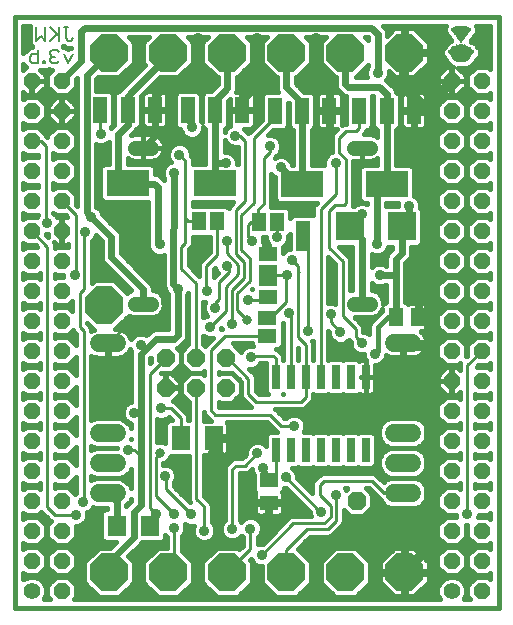
<source format=gbl>
G75*
%MOIN*%
%OFA0B0*%
%FSLAX24Y24*%
%IPPOS*%
%LPD*%
%AMOC8*
5,1,8,0,0,1.08239X$1,22.5*
%
%ADD10C,0.0160*%
%ADD11C,0.0060*%
%ADD12OC8,0.0600*%
%ADD13R,0.0480X0.0880*%
%ADD14R,0.1417X0.0866*%
%ADD15OC8,0.1250*%
%ADD16OC8,0.0630*%
%ADD17R,0.0630X0.0787*%
%ADD18R,0.0512X0.0591*%
%ADD19C,0.0560*%
%ADD20OC8,0.0560*%
%ADD21R,0.0500X0.1000*%
%ADD22R,0.0630X0.0709*%
%ADD23R,0.0260X0.0800*%
%ADD24R,0.0591X0.0512*%
%ADD25R,0.0460X0.0630*%
%ADD26R,0.0630X0.0460*%
%ADD27R,0.0312X0.0004*%
%ADD28R,0.0344X0.0004*%
%ADD29R,0.0368X0.0004*%
%ADD30R,0.0392X0.0004*%
%ADD31R,0.0408X0.0004*%
%ADD32R,0.0424X0.0004*%
%ADD33R,0.0432X0.0004*%
%ADD34R,0.0448X0.0004*%
%ADD35R,0.0456X0.0004*%
%ADD36R,0.0472X0.0004*%
%ADD37R,0.0480X0.0004*%
%ADD38R,0.0488X0.0004*%
%ADD39R,0.0496X0.0004*%
%ADD40R,0.0504X0.0004*%
%ADD41R,0.0512X0.0004*%
%ADD42R,0.0520X0.0004*%
%ADD43R,0.0528X0.0004*%
%ADD44R,0.0536X0.0004*%
%ADD45R,0.0536X0.0004*%
%ADD46R,0.0544X0.0004*%
%ADD47R,0.0552X0.0004*%
%ADD48R,0.0560X0.0004*%
%ADD49R,0.0560X0.0004*%
%ADD50R,0.0568X0.0004*%
%ADD51R,0.0576X0.0004*%
%ADD52R,0.0584X0.0004*%
%ADD53R,0.0592X0.0004*%
%ADD54R,0.0592X0.0004*%
%ADD55R,0.0600X0.0004*%
%ADD56R,0.0608X0.0004*%
%ADD57R,0.0608X0.0004*%
%ADD58R,0.0616X0.0004*%
%ADD59R,0.0624X0.0004*%
%ADD60R,0.0632X0.0004*%
%ADD61R,0.0632X0.0004*%
%ADD62R,0.0640X0.0004*%
%ADD63R,0.0648X0.0004*%
%ADD64R,0.0648X0.0004*%
%ADD65R,0.0656X0.0004*%
%ADD66R,0.0664X0.0004*%
%ADD67R,0.0664X0.0004*%
%ADD68R,0.0672X0.0004*%
%ADD69R,0.0680X0.0004*%
%ADD70R,0.0680X0.0004*%
%ADD71R,0.0688X0.0004*%
%ADD72R,0.0696X0.0004*%
%ADD73R,0.0700X0.0004*%
%ADD74R,0.0708X0.0004*%
%ADD75R,0.0716X0.0004*%
%ADD76R,0.0720X0.0004*%
%ADD77R,0.0720X0.0004*%
%ADD78R,0.0724X0.0004*%
%ADD79R,0.0808X0.0004*%
%ADD80R,0.0824X0.0004*%
%ADD81R,0.0832X0.0004*%
%ADD82R,0.0840X0.0004*%
%ADD83R,0.0848X0.0004*%
%ADD84R,0.0856X0.0004*%
%ADD85R,0.0860X0.0004*%
%ADD86R,0.0864X0.0004*%
%ADD87R,0.0864X0.0004*%
%ADD88R,0.0868X0.0004*%
%ADD89R,0.0872X0.0004*%
%ADD90R,0.0872X0.0004*%
%ADD91R,0.0860X0.0004*%
%ADD92R,0.0832X0.0004*%
%ADD93R,0.0824X0.0004*%
%ADD94R,0.0708X0.0004*%
%ADD95R,0.0712X0.0004*%
%ADD96R,0.0712X0.0004*%
%ADD97R,0.0700X0.0004*%
%ADD98R,0.0696X0.0004*%
%ADD99R,0.0692X0.0004*%
%ADD100R,0.0668X0.0004*%
%ADD101R,0.0660X0.0004*%
%ADD102R,0.0452X0.0004*%
%ADD103R,0.0188X0.0004*%
%ADD104R,0.0448X0.0004*%
%ADD105R,0.0440X0.0004*%
%ADD106R,0.0184X0.0004*%
%ADD107R,0.0432X0.0004*%
%ADD108R,0.0184X0.0004*%
%ADD109R,0.0424X0.0004*%
%ADD110R,0.0412X0.0004*%
%ADD111R,0.0128X0.0004*%
%ADD112R,0.0044X0.0004*%
%ADD113R,0.0400X0.0004*%
%ADD114R,0.0008X0.0004*%
%ADD115R,0.0388X0.0004*%
%ADD116R,0.0132X0.0004*%
%ADD117R,0.0360X0.0004*%
%ADD118R,0.0136X0.0004*%
%ADD119R,0.0340X0.0004*%
%ADD120R,0.0140X0.0004*%
%ADD121R,0.0328X0.0004*%
%ADD122R,0.0144X0.0004*%
%ADD123R,0.0324X0.0004*%
%ADD124R,0.0148X0.0004*%
%ADD125R,0.0320X0.0004*%
%ADD126R,0.0156X0.0004*%
%ADD127R,0.0316X0.0004*%
%ADD128R,0.0176X0.0004*%
%ADD129R,0.0080X0.0004*%
%ADD130R,0.0052X0.0004*%
%ADD131R,0.0380X0.0004*%
%ADD132R,0.0372X0.0004*%
%ADD133R,0.0356X0.0004*%
%ADD134R,0.0004X0.0004*%
%ADD135R,0.0308X0.0004*%
%ADD136R,0.0060X0.0004*%
%ADD137R,0.0240X0.0004*%
%ADD138R,0.0232X0.0004*%
%ADD139R,0.0044X0.0004*%
%ADD140R,0.0164X0.0004*%
%ADD141R,0.0056X0.0004*%
%ADD142R,0.0036X0.0004*%
%ADD143R,0.0156X0.0004*%
%ADD144R,0.0048X0.0004*%
%ADD145R,0.0024X0.0004*%
%ADD146R,0.0036X0.0004*%
%ADD147R,0.0016X0.0004*%
%ADD148R,0.0028X0.0004*%
%ADD149R,0.0012X0.0004*%
%ADD150R,0.0124X0.0004*%
%ADD151R,0.0108X0.0004*%
%ADD152R,0.0008X0.0004*%
%ADD153R,0.0092X0.0004*%
%ADD154R,0.0068X0.0004*%
%ADD155R,0.0008X0.0004*%
%ADD156R,0.0016X0.0004*%
%ADD157R,0.0024X0.0004*%
%ADD158R,0.0032X0.0004*%
%ADD159R,0.0032X0.0004*%
%ADD160R,0.0040X0.0004*%
%ADD161R,0.0056X0.0004*%
%ADD162R,0.0064X0.0004*%
%ADD163R,0.0072X0.0004*%
%ADD164R,0.0088X0.0004*%
%ADD165R,0.0096X0.0004*%
%ADD166R,0.0104X0.0004*%
%ADD167R,0.0112X0.0004*%
%ADD168R,0.0120X0.0004*%
%ADD169R,0.0124X0.0004*%
%ADD170R,0.0128X0.0004*%
%ADD171R,0.0144X0.0004*%
%ADD172R,0.0152X0.0004*%
%ADD173R,0.0152X0.0004*%
%ADD174R,0.0160X0.0004*%
%ADD175R,0.0168X0.0004*%
%ADD176R,0.0176X0.0004*%
%ADD177R,0.0184X0.0004*%
%ADD178R,0.0192X0.0004*%
%ADD179R,0.0200X0.0004*%
%ADD180R,0.0208X0.0004*%
%ADD181R,0.0216X0.0004*%
%ADD182R,0.0216X0.0004*%
%ADD183R,0.0224X0.0004*%
%ADD184R,0.0232X0.0004*%
%ADD185R,0.0240X0.0004*%
%ADD186R,0.0248X0.0004*%
%ADD187R,0.0256X0.0004*%
%ADD188R,0.0264X0.0004*%
%ADD189R,0.0272X0.0004*%
%ADD190R,0.0280X0.0004*%
%ADD191R,0.0288X0.0004*%
%ADD192R,0.0296X0.0004*%
%ADD193R,0.0304X0.0004*%
%ADD194R,0.0320X0.0004*%
%ADD195R,0.0328X0.0004*%
%ADD196R,0.0336X0.0004*%
%ADD197R,0.0336X0.0004*%
%ADD198R,0.0200X0.0004*%
%ADD199R,0.0128X0.0004*%
%ADD200R,0.0204X0.0004*%
%ADD201R,0.0216X0.0004*%
%ADD202R,0.0228X0.0004*%
%ADD203R,0.0416X0.0004*%
%ADD204R,0.0424X0.0004*%
%ADD205R,0.0428X0.0004*%
%ADD206R,0.0304X0.0004*%
%ADD207R,0.0180X0.0004*%
%ADD208R,0.0112X0.0004*%
%ADD209R,0.0176X0.0004*%
%ADD210R,0.0112X0.0004*%
%ADD211R,0.0132X0.0004*%
%ADD212R,0.0116X0.0004*%
%ADD213R,0.0332X0.0004*%
%ADD214R,0.0336X0.0004*%
%ADD215R,0.0480X0.0004*%
%ADD216R,0.0496X0.0004*%
%ADD217R,0.0512X0.0004*%
%ADD218R,0.0544X0.0004*%
%ADD219R,0.0208X0.0004*%
%ADD220R,0.0356X0.0004*%
%ADD221R,0.0208X0.0004*%
%ADD222R,0.0364X0.0004*%
%ADD223R,0.0212X0.0004*%
%ADD224R,0.0368X0.0004*%
%ADD225R,0.0220X0.0004*%
%ADD226R,0.0600X0.0004*%
%ADD227R,0.0356X0.0004*%
%ADD228R,0.0228X0.0004*%
%ADD229R,0.0236X0.0004*%
%ADD230R,0.0360X0.0004*%
%ADD231R,0.0368X0.0004*%
%ADD232R,0.0244X0.0004*%
%ADD233R,0.0252X0.0004*%
%ADD234R,0.0376X0.0004*%
%ADD235R,0.0672X0.0004*%
%ADD236R,0.0624X0.0004*%
%ADD237R,0.0596X0.0004*%
%ADD238R,0.0552X0.0004*%
%ADD239R,0.0456X0.0004*%
%ADD240R,0.0384X0.0004*%
%ADD241R,0.0352X0.0004*%
%ADD242R,0.0188X0.0004*%
%ADD243R,0.0108X0.0004*%
%ADD244C,0.0515*%
%ADD245R,0.0945X0.0945*%
%ADD246C,0.0600*%
%ADD247C,0.0356*%
%ADD248C,0.0100*%
%ADD249C,0.0240*%
%ADD250C,0.0320*%
%ADD251C,0.0317*%
D10*
X003348Y000180D02*
X019490Y000180D01*
X019490Y019865D01*
X003348Y019865D01*
X003348Y000180D01*
X003628Y001123D02*
X003628Y001347D01*
X003720Y001255D01*
X004118Y001255D01*
X004399Y001536D01*
X004399Y001934D01*
X004118Y002215D01*
X003720Y002215D01*
X003628Y002123D01*
X003628Y002347D01*
X003720Y002255D01*
X004118Y002255D01*
X004399Y002536D01*
X004399Y002934D01*
X004118Y003215D01*
X003720Y003215D01*
X003628Y003123D01*
X003628Y003347D01*
X003720Y003255D01*
X004118Y003255D01*
X004234Y003371D01*
X004471Y003133D01*
X004542Y003063D01*
X004561Y003055D01*
X004439Y002934D01*
X004439Y002536D01*
X004720Y002255D01*
X005118Y002255D01*
X005399Y002536D01*
X005399Y002897D01*
X005470Y002897D01*
X005609Y002955D01*
X005715Y003061D01*
X005773Y003200D01*
X005773Y003351D01*
X005772Y003354D01*
X005833Y003379D01*
X005939Y003486D01*
X005958Y003532D01*
X006059Y003490D01*
X006436Y003490D01*
X006436Y003474D01*
X006358Y003474D01*
X006241Y003357D01*
X006241Y002482D01*
X006358Y002365D01*
X006711Y002365D01*
X006532Y002186D01*
X006156Y002186D01*
X005673Y001703D01*
X005673Y001019D01*
X006156Y000536D01*
X006840Y000536D01*
X007323Y001019D01*
X007323Y001703D01*
X007138Y001887D01*
X007515Y002264D01*
X007605Y002354D01*
X007609Y002365D01*
X008256Y002365D01*
X008374Y002482D01*
X008374Y002590D01*
X008413Y002550D01*
X008413Y002186D01*
X008125Y002186D01*
X007641Y001703D01*
X007641Y001019D01*
X008125Y000536D01*
X008808Y000536D01*
X009291Y001019D01*
X009291Y001703D01*
X008913Y002081D01*
X008913Y002550D01*
X008984Y002621D01*
X009041Y002760D01*
X009041Y002910D01*
X009012Y002982D01*
X009026Y002967D01*
X009165Y002910D01*
X009315Y002910D01*
X009321Y002912D01*
X009285Y002825D01*
X009285Y002675D01*
X009343Y002536D01*
X009449Y002429D01*
X009588Y002372D01*
X009739Y002372D01*
X009878Y002429D01*
X009984Y002536D01*
X010041Y002675D01*
X010041Y002825D01*
X009984Y002964D01*
X009913Y003035D01*
X009913Y003604D01*
X009875Y003696D01*
X009805Y003766D01*
X009658Y003913D01*
X009658Y005266D01*
X009904Y005266D01*
X009904Y005762D01*
X010059Y005762D01*
X010059Y005917D01*
X010476Y005917D01*
X010476Y006257D01*
X010464Y006303D01*
X010440Y006344D01*
X010419Y006365D01*
X011765Y006365D01*
X012086Y006043D01*
X011840Y006043D01*
X011722Y005926D01*
X011722Y005573D01*
X011651Y005644D01*
X011512Y005702D01*
X011362Y005702D01*
X011223Y005644D01*
X011116Y005538D01*
X011059Y005399D01*
X011059Y005299D01*
X010925Y005165D01*
X010674Y005165D01*
X010582Y005127D01*
X010511Y005057D01*
X010388Y004934D01*
X010350Y004842D01*
X010350Y003473D01*
X010347Y003092D01*
X010275Y003019D01*
X010217Y002881D01*
X010217Y002730D01*
X010275Y002591D01*
X010381Y002485D01*
X010520Y002427D01*
X010671Y002427D01*
X010809Y002485D01*
X010904Y002579D01*
X010957Y002527D01*
X010957Y002236D01*
X010842Y002121D01*
X010777Y002186D01*
X010093Y002186D01*
X009610Y001703D01*
X009610Y001019D01*
X010093Y000536D01*
X010777Y000536D01*
X011260Y001019D01*
X011260Y001703D01*
X011195Y001768D01*
X011234Y001807D01*
X011268Y001726D01*
X011374Y001619D01*
X011513Y001562D01*
X011578Y001562D01*
X011578Y001019D01*
X012062Y000536D01*
X012745Y000536D01*
X013228Y001019D01*
X013228Y001703D01*
X012784Y002147D01*
X013187Y002550D01*
X013838Y002550D01*
X013930Y002588D01*
X014205Y002863D01*
X014275Y002933D01*
X014313Y003025D01*
X014313Y003450D01*
X014537Y003226D01*
X014964Y003226D01*
X015265Y003528D01*
X015265Y003954D01*
X015060Y004160D01*
X015155Y004160D01*
X015517Y003798D01*
X015545Y003786D01*
X015569Y003727D01*
X015710Y003586D01*
X015894Y003510D01*
X016693Y003510D01*
X016877Y003586D01*
X017017Y003727D01*
X017093Y003911D01*
X017093Y004109D01*
X017017Y004293D01*
X016877Y004434D01*
X016693Y004510D01*
X016877Y004586D01*
X017017Y004727D01*
X017093Y004911D01*
X017093Y005109D01*
X017017Y005293D01*
X016877Y005434D01*
X016693Y005510D01*
X016877Y005586D01*
X017017Y005727D01*
X017093Y005911D01*
X017093Y006109D01*
X017017Y006293D01*
X016877Y006434D01*
X016693Y006510D01*
X015894Y006510D01*
X015710Y006434D01*
X015569Y006293D01*
X015493Y006109D01*
X015493Y005911D01*
X015569Y005727D01*
X015710Y005586D01*
X015894Y005510D01*
X016693Y005510D01*
X015894Y005510D01*
X015710Y005434D01*
X015569Y005293D01*
X015493Y005109D01*
X015493Y004911D01*
X015569Y004727D01*
X015710Y004586D01*
X015894Y004510D01*
X016693Y004510D01*
X015894Y004510D01*
X015710Y004434D01*
X015649Y004373D01*
X015470Y004552D01*
X015400Y004622D01*
X015308Y004660D01*
X013609Y004660D01*
X013517Y004622D01*
X013372Y004477D01*
X013301Y004407D01*
X013263Y004315D01*
X013263Y004009D01*
X012761Y004510D01*
X012761Y004610D01*
X012704Y004749D01*
X012610Y004843D01*
X012765Y004843D01*
X012802Y004880D01*
X012840Y004843D01*
X013265Y004843D01*
X013302Y004880D01*
X013340Y004843D01*
X013765Y004843D01*
X013802Y004880D01*
X013840Y004843D01*
X014265Y004843D01*
X014302Y004880D01*
X014340Y004843D01*
X014765Y004843D01*
X014802Y004880D01*
X014840Y004843D01*
X015265Y004843D01*
X015382Y004960D01*
X015382Y005926D01*
X015265Y006043D01*
X014840Y006043D01*
X014802Y006006D01*
X014765Y006043D01*
X014340Y006043D01*
X014302Y006006D01*
X014265Y006043D01*
X013840Y006043D01*
X013802Y006006D01*
X013765Y006043D01*
X013340Y006043D01*
X013302Y006006D01*
X013265Y006043D01*
X012986Y006043D01*
X013036Y006165D01*
X013036Y006315D01*
X012979Y006454D01*
X012873Y006561D01*
X012734Y006618D01*
X012583Y006618D01*
X012444Y006561D01*
X012374Y006490D01*
X012347Y006490D01*
X012080Y006757D01*
X012042Y006795D01*
X012933Y006795D01*
X013025Y006833D01*
X013095Y006903D01*
X013264Y007072D01*
X013302Y007164D01*
X013302Y007300D01*
X013340Y007263D01*
X013765Y007263D01*
X013802Y007300D01*
X013840Y007263D01*
X014265Y007263D01*
X014302Y007300D01*
X014340Y007263D01*
X014765Y007263D01*
X014818Y007316D01*
X014853Y007296D01*
X014899Y007283D01*
X015052Y007283D01*
X015052Y007863D01*
X014882Y007863D01*
X014882Y007863D01*
X015052Y007863D01*
X015052Y007863D01*
X015052Y007863D01*
X015052Y007283D01*
X015206Y007283D01*
X015252Y007296D01*
X015293Y007319D01*
X015326Y007353D01*
X015350Y007394D01*
X015362Y007440D01*
X015362Y007863D01*
X015052Y007863D01*
X015052Y008426D01*
X015052Y008426D01*
X015052Y007863D01*
X015052Y007863D01*
X015052Y007863D01*
X015362Y007863D01*
X015362Y008274D01*
X015435Y008274D01*
X015574Y008332D01*
X015681Y008438D01*
X015738Y008577D01*
X015738Y008602D01*
X015742Y008599D01*
X015809Y008565D01*
X015881Y008542D01*
X015956Y008530D01*
X016273Y008530D01*
X016273Y008990D01*
X016313Y008990D01*
X016313Y008530D01*
X016631Y008530D01*
X016706Y008542D01*
X016778Y008565D01*
X016845Y008599D01*
X016906Y008644D01*
X016959Y008697D01*
X017004Y008758D01*
X017038Y008826D01*
X017062Y008898D01*
X017073Y008972D01*
X017073Y008990D01*
X016313Y008990D01*
X016313Y009030D01*
X017073Y009030D01*
X017073Y009048D01*
X017062Y009122D01*
X017038Y009194D01*
X017004Y009262D01*
X016959Y009323D01*
X016906Y009376D01*
X016887Y009390D01*
X017082Y009390D01*
X017128Y009402D01*
X017169Y009426D01*
X017202Y009459D01*
X017226Y009500D01*
X017238Y009546D01*
X017238Y009817D01*
X016850Y009817D01*
X016850Y009913D01*
X016754Y009913D01*
X016754Y010340D01*
X016523Y010340D01*
X016477Y010328D01*
X016444Y010309D01*
X016393Y010360D01*
X016374Y010360D01*
X016374Y011678D01*
X016521Y011825D01*
X016569Y011942D01*
X016569Y012218D01*
X016805Y012218D01*
X016922Y012335D01*
X016922Y013445D01*
X016876Y013491D01*
X016876Y013635D01*
X016819Y013774D01*
X016713Y013881D01*
X016655Y013905D01*
X016655Y014822D01*
X016537Y014939D01*
X016066Y014939D01*
X016066Y016107D01*
X016069Y016107D01*
X016186Y016224D01*
X016186Y017269D01*
X016069Y017386D01*
X016061Y017386D01*
X016017Y017491D01*
X015741Y017768D01*
X015769Y017796D01*
X015826Y017935D01*
X015826Y018060D01*
X016007Y017879D01*
X016290Y017879D01*
X016290Y018634D01*
X016390Y018634D01*
X016390Y017879D01*
X016674Y017879D01*
X017145Y018350D01*
X017145Y018634D01*
X016390Y018634D01*
X016390Y018734D01*
X016290Y018734D01*
X016290Y019489D01*
X016007Y019489D01*
X015768Y019250D01*
X015768Y019374D01*
X015720Y019491D01*
X015626Y019585D01*
X017743Y019585D01*
X017692Y019535D01*
X017692Y019535D01*
X017688Y019531D01*
X017688Y019357D01*
X017696Y019349D01*
X017696Y019345D01*
X017708Y019333D01*
X017708Y019329D01*
X017712Y019325D01*
X017720Y019317D01*
X017720Y019313D01*
X017728Y019305D01*
X017732Y019301D01*
X017732Y019297D01*
X017744Y019285D01*
X017744Y019281D01*
X017756Y019269D01*
X017756Y019265D01*
X017768Y019253D01*
X017768Y019249D01*
X017772Y019245D01*
X017780Y019237D01*
X017780Y019233D01*
X017788Y019225D01*
X017792Y019221D01*
X017792Y019217D01*
X017800Y019209D01*
X017800Y019205D01*
X017816Y019189D01*
X017816Y019185D01*
X017824Y019177D01*
X017824Y019173D01*
X017832Y019165D01*
X017836Y019161D01*
X017836Y019157D01*
X017848Y019145D01*
X017848Y019141D01*
X017860Y019129D01*
X017860Y019125D01*
X017872Y019113D01*
X017872Y019109D01*
X017876Y019105D01*
X017884Y019097D01*
X017884Y019093D01*
X017892Y019085D01*
X017893Y019084D01*
X017889Y019080D01*
X017877Y019080D01*
X017873Y019076D01*
X017869Y019076D01*
X017865Y019072D01*
X017861Y019072D01*
X017857Y019068D01*
X017853Y019068D01*
X017845Y019060D01*
X017841Y019060D01*
X017833Y019052D01*
X017716Y018935D01*
X017716Y018935D01*
X017712Y018931D01*
X017708Y018927D01*
X017704Y018923D01*
X017704Y018919D01*
X017700Y018915D01*
X017700Y018915D01*
X017696Y018911D01*
X017696Y018907D01*
X017692Y018903D01*
X017692Y018899D01*
X017688Y018895D01*
X017688Y018887D01*
X017616Y018815D01*
X017616Y018815D01*
X017604Y018803D01*
X017600Y018799D01*
X017600Y018795D01*
X017596Y018791D01*
X017596Y018783D01*
X017592Y018779D01*
X017592Y018601D01*
X017596Y018597D01*
X017596Y018585D01*
X017600Y018581D01*
X017600Y018577D01*
X017612Y018565D01*
X017696Y018481D01*
X017700Y018477D01*
X017700Y018473D01*
X017704Y018469D01*
X017704Y018461D01*
X017708Y018457D01*
X017708Y018453D01*
X017712Y018449D01*
X017712Y018445D01*
X017716Y018441D01*
X017716Y018437D01*
X017720Y018433D01*
X017720Y018429D01*
X017724Y018425D01*
X017724Y018421D01*
X017728Y018417D01*
X017728Y018413D01*
X017732Y018409D01*
X017732Y018405D01*
X017740Y018397D01*
X017740Y018393D01*
X017748Y018385D01*
X017748Y018381D01*
X017760Y018369D01*
X017760Y018365D01*
X017780Y018345D01*
X017897Y018228D01*
X017901Y018224D01*
X017905Y018220D01*
X017909Y018216D01*
X017913Y018216D01*
X017921Y018208D01*
X017925Y018208D01*
X017929Y018204D01*
X017933Y018200D01*
X017937Y018200D01*
X017941Y018196D01*
X017945Y018196D01*
X017946Y018195D01*
X017929Y018195D01*
X017929Y017745D01*
X017909Y017745D01*
X017909Y017725D01*
X017459Y017725D01*
X017459Y017545D01*
X017729Y017275D01*
X017909Y017275D01*
X017909Y017725D01*
X017929Y017725D01*
X017929Y017275D01*
X018110Y017275D01*
X018379Y017545D01*
X018379Y017725D01*
X017929Y017725D01*
X017929Y017745D01*
X018379Y017745D01*
X018379Y017926D01*
X018125Y018180D01*
X018467Y018180D01*
X018471Y018184D01*
X018483Y018184D01*
X018487Y018188D01*
X018495Y018188D01*
X018499Y018192D01*
X018507Y018192D01*
X018511Y018196D01*
X018515Y018196D01*
X018519Y018200D01*
X018523Y018200D01*
X018527Y018204D01*
X018531Y018208D01*
X018535Y018208D01*
X018543Y018216D01*
X018547Y018216D01*
X018551Y018220D01*
X018555Y018224D01*
X018559Y018228D01*
X018676Y018345D01*
X018696Y018365D01*
X018696Y018369D01*
X018708Y018381D01*
X018708Y018385D01*
X018716Y018393D01*
X018716Y018397D01*
X018724Y018405D01*
X018724Y018409D01*
X018728Y018413D01*
X018728Y018417D01*
X018732Y018421D01*
X018732Y018425D01*
X018736Y018429D01*
X018736Y018433D01*
X018740Y018437D01*
X018740Y018441D01*
X018744Y018445D01*
X018744Y018449D01*
X018748Y018453D01*
X018748Y018457D01*
X018752Y018461D01*
X018752Y018469D01*
X018756Y018473D01*
X018756Y018477D01*
X018760Y018481D01*
X018860Y018581D01*
X018860Y018589D01*
X018864Y018593D01*
X018864Y018601D01*
X018864Y018601D01*
X018864Y018779D01*
X018864Y018783D01*
X018860Y018787D01*
X018860Y018795D01*
X018752Y018903D01*
X018752Y018911D01*
X018748Y018915D01*
X018748Y018931D01*
X018631Y019048D01*
X018567Y019048D01*
X018549Y019066D01*
X018560Y019077D01*
X018560Y019081D01*
X018564Y019085D01*
X018572Y019093D01*
X018572Y019097D01*
X018580Y019105D01*
X018584Y019109D01*
X018584Y019113D01*
X018596Y019125D01*
X018596Y019129D01*
X018608Y019141D01*
X018608Y019145D01*
X018620Y019157D01*
X018620Y019161D01*
X018632Y019173D01*
X018632Y019177D01*
X018640Y019185D01*
X018640Y019185D01*
X018644Y019189D01*
X018644Y019193D01*
X018644Y019193D01*
X018644Y019193D01*
X018656Y019205D01*
X018656Y019209D01*
X018664Y019217D01*
X018664Y019221D01*
X018668Y019225D01*
X018676Y019233D01*
X018676Y019237D01*
X018684Y019245D01*
X018688Y019249D01*
X018688Y019253D01*
X018700Y019265D01*
X018700Y019269D01*
X018712Y019281D01*
X018712Y019285D01*
X018724Y019297D01*
X018724Y019301D01*
X018728Y019305D01*
X018736Y019313D01*
X018736Y019317D01*
X018744Y019325D01*
X018744Y019325D01*
X018748Y019329D01*
X018748Y019333D01*
X018760Y019345D01*
X018760Y019349D01*
X018768Y019357D01*
X018768Y019531D01*
X018764Y019535D01*
X018714Y019585D01*
X019210Y019585D01*
X019210Y018123D01*
X019118Y018215D01*
X018720Y018215D01*
X018439Y017934D01*
X018439Y017536D01*
X018720Y017255D01*
X019118Y017255D01*
X019210Y017347D01*
X019210Y017123D01*
X019118Y017215D01*
X018720Y017215D01*
X018439Y016934D01*
X018439Y016536D01*
X018720Y016255D01*
X019118Y016255D01*
X019210Y016347D01*
X019210Y016347D01*
X019210Y016123D01*
X019118Y016215D01*
X018720Y016215D01*
X018439Y015934D01*
X018439Y015536D01*
X018720Y015255D01*
X019118Y015255D01*
X019210Y015347D01*
X019210Y015123D01*
X019118Y015215D01*
X018720Y015215D01*
X018439Y014934D01*
X018439Y014536D01*
X018720Y014255D01*
X019118Y014255D01*
X019210Y014347D01*
X019210Y014123D01*
X019118Y014215D01*
X018720Y014215D01*
X018439Y013934D01*
X018439Y013536D01*
X018720Y013255D01*
X019118Y013255D01*
X019210Y013347D01*
X019210Y013123D01*
X019118Y013215D01*
X018720Y013215D01*
X018439Y012934D01*
X018439Y012536D01*
X018720Y012255D01*
X019118Y012255D01*
X019210Y012347D01*
X019210Y012123D01*
X019118Y012215D01*
X018720Y012215D01*
X018439Y011934D01*
X018439Y011536D01*
X018720Y011255D01*
X019118Y011255D01*
X019210Y011347D01*
X019210Y011123D01*
X019118Y011215D01*
X018720Y011215D01*
X018439Y010934D01*
X018439Y010536D01*
X018720Y010255D01*
X019118Y010255D01*
X019210Y010347D01*
X019210Y010123D01*
X019118Y010215D01*
X018720Y010215D01*
X018439Y009934D01*
X018439Y009536D01*
X018720Y009255D01*
X019118Y009255D01*
X019210Y009347D01*
X019210Y009123D01*
X019118Y009215D01*
X018720Y009215D01*
X018439Y008934D01*
X018439Y008609D01*
X018399Y008569D01*
X018399Y008934D01*
X018118Y009215D01*
X017720Y009215D01*
X017439Y008934D01*
X017439Y008536D01*
X017720Y008255D01*
X018118Y008255D01*
X018204Y008341D01*
X018189Y008305D01*
X018189Y008116D01*
X018110Y008195D01*
X017929Y008195D01*
X017929Y007745D01*
X017909Y007745D01*
X017909Y007725D01*
X017459Y007725D01*
X017459Y007545D01*
X017729Y007275D01*
X017909Y007275D01*
X017909Y007725D01*
X017929Y007725D01*
X017929Y007275D01*
X018110Y007275D01*
X018189Y007354D01*
X018189Y007144D01*
X018118Y007215D01*
X017720Y007215D01*
X017439Y006934D01*
X017439Y006536D01*
X017720Y006255D01*
X018118Y006255D01*
X018189Y006326D01*
X018189Y006144D01*
X018118Y006215D01*
X017720Y006215D01*
X017439Y005934D01*
X017439Y005536D01*
X017720Y005255D01*
X018118Y005255D01*
X018189Y005326D01*
X018189Y005144D01*
X018118Y005215D01*
X017720Y005215D01*
X017439Y004934D01*
X017439Y004536D01*
X017720Y004255D01*
X018118Y004255D01*
X018189Y004326D01*
X018189Y004144D01*
X018118Y004215D01*
X017720Y004215D01*
X017439Y003934D01*
X017439Y003536D01*
X017720Y003255D01*
X018061Y003255D01*
X018061Y003235D01*
X018069Y003215D01*
X017720Y003215D01*
X017439Y002934D01*
X017439Y002536D01*
X017720Y002255D01*
X018118Y002255D01*
X018399Y002536D01*
X018399Y002932D01*
X018439Y002932D01*
X018439Y002536D01*
X018720Y002255D01*
X019118Y002255D01*
X019210Y002347D01*
X019210Y002123D01*
X019118Y002215D01*
X018720Y002215D01*
X018439Y001934D01*
X018439Y001536D01*
X018720Y001255D01*
X019118Y001255D01*
X019210Y001347D01*
X019210Y001123D01*
X019118Y001215D01*
X018720Y001215D01*
X018439Y000934D01*
X018439Y000536D01*
X018515Y000460D01*
X018323Y000460D01*
X018326Y000463D01*
X018399Y000640D01*
X018399Y000831D01*
X018326Y001007D01*
X018191Y001142D01*
X018015Y001215D01*
X017824Y001215D01*
X017647Y001142D01*
X017512Y001007D01*
X017439Y000831D01*
X017439Y000640D01*
X017512Y000463D01*
X017515Y000460D01*
X005323Y000460D01*
X005399Y000536D01*
X005399Y000934D01*
X005118Y001215D01*
X004720Y001215D01*
X004439Y000934D01*
X004439Y000536D01*
X004515Y000460D01*
X004323Y000460D01*
X004326Y000463D01*
X004399Y000640D01*
X004399Y000831D01*
X004326Y001007D01*
X004191Y001142D01*
X004015Y001215D01*
X003824Y001215D01*
X003647Y001142D01*
X003628Y001123D01*
X003628Y001131D02*
X003636Y001131D01*
X003628Y001290D02*
X003686Y001290D01*
X004152Y001290D02*
X004686Y001290D01*
X004720Y001255D02*
X005118Y001255D01*
X005399Y001536D01*
X005399Y001934D01*
X005118Y002215D01*
X004720Y002215D01*
X004439Y001934D01*
X004439Y001536D01*
X004720Y001255D01*
X004636Y001131D02*
X004202Y001131D01*
X004340Y000973D02*
X004478Y000973D01*
X004439Y000814D02*
X004399Y000814D01*
X004399Y000656D02*
X004439Y000656D01*
X004478Y000497D02*
X004340Y000497D01*
X005202Y001131D02*
X005673Y001131D01*
X005673Y001290D02*
X005152Y001290D01*
X005311Y001448D02*
X005673Y001448D01*
X005673Y001607D02*
X005399Y001607D01*
X005399Y001765D02*
X005735Y001765D01*
X005894Y001924D02*
X005399Y001924D01*
X005251Y002082D02*
X006052Y002082D01*
X006325Y002399D02*
X005262Y002399D01*
X005399Y002558D02*
X006241Y002558D01*
X006241Y002716D02*
X005399Y002716D01*
X005399Y002875D02*
X006241Y002875D01*
X006241Y003033D02*
X005687Y003033D01*
X005769Y003192D02*
X006241Y003192D01*
X006241Y003350D02*
X005773Y003350D01*
X005948Y003509D02*
X006014Y003509D01*
X006458Y003963D02*
X006458Y003990D01*
X006059Y004490D02*
X005898Y004423D01*
X005898Y004557D01*
X006059Y004490D01*
X006858Y004490D01*
X007042Y004566D01*
X007182Y004707D01*
X007228Y004818D01*
X007228Y004162D01*
X007182Y004273D01*
X007042Y004414D01*
X006858Y004490D01*
X006059Y004490D01*
X005985Y004460D02*
X005898Y004460D01*
X005398Y004460D02*
X005322Y004460D01*
X005398Y004535D02*
X005118Y004255D01*
X004720Y004255D01*
X004685Y004291D01*
X004685Y004180D01*
X004720Y004215D01*
X005118Y004215D01*
X005358Y003975D01*
X005398Y004015D01*
X005398Y004535D01*
X005398Y004301D02*
X005164Y004301D01*
X005191Y004143D02*
X005398Y004143D01*
X005368Y003984D02*
X005349Y003984D01*
X004538Y003033D02*
X004300Y003033D01*
X004399Y002875D02*
X004439Y002875D01*
X004439Y002716D02*
X004399Y002716D01*
X004399Y002558D02*
X004439Y002558D01*
X004576Y002399D02*
X004262Y002399D01*
X004251Y002082D02*
X004587Y002082D01*
X004439Y001924D02*
X004399Y001924D01*
X004399Y001765D02*
X004439Y001765D01*
X004439Y001607D02*
X004399Y001607D01*
X004311Y001448D02*
X004527Y001448D01*
X005361Y000973D02*
X005720Y000973D01*
X005878Y000814D02*
X005399Y000814D01*
X005399Y000656D02*
X006037Y000656D01*
X005360Y000497D02*
X017498Y000497D01*
X017439Y000656D02*
X016773Y000656D01*
X016674Y000556D02*
X017145Y001028D01*
X017145Y001311D01*
X016390Y001311D01*
X016390Y000556D01*
X016674Y000556D01*
X016390Y000656D02*
X016290Y000656D01*
X016290Y000556D02*
X016290Y001311D01*
X015535Y001311D01*
X015535Y001028D01*
X016007Y000556D01*
X016290Y000556D01*
X016290Y000814D02*
X016390Y000814D01*
X016390Y000973D02*
X016290Y000973D01*
X016290Y001131D02*
X016390Y001131D01*
X016390Y001290D02*
X016290Y001290D01*
X016290Y001311D02*
X016390Y001311D01*
X016390Y001411D01*
X016290Y001411D01*
X016290Y001311D01*
X016290Y001411D02*
X015535Y001411D01*
X015535Y001695D01*
X016007Y002166D01*
X016290Y002166D01*
X016290Y001411D01*
X016290Y001448D02*
X016390Y001448D01*
X016390Y001411D02*
X016390Y002166D01*
X016674Y002166D01*
X017145Y001695D01*
X017145Y001411D01*
X016390Y001411D01*
X016390Y001607D02*
X016290Y001607D01*
X016290Y001765D02*
X016390Y001765D01*
X016390Y001924D02*
X016290Y001924D01*
X016290Y002082D02*
X016390Y002082D01*
X016758Y002082D02*
X017587Y002082D01*
X017720Y002215D02*
X017439Y001934D01*
X017439Y001536D01*
X017720Y001255D01*
X018118Y001255D01*
X018399Y001536D01*
X018399Y001934D01*
X018118Y002215D01*
X017720Y002215D01*
X017576Y002399D02*
X013036Y002399D01*
X012877Y002241D02*
X019210Y002241D01*
X018587Y002082D02*
X018251Y002082D01*
X018399Y001924D02*
X018439Y001924D01*
X018439Y001765D02*
X018399Y001765D01*
X018399Y001607D02*
X018439Y001607D01*
X018527Y001448D02*
X018311Y001448D01*
X018152Y001290D02*
X018686Y001290D01*
X018636Y001131D02*
X018202Y001131D01*
X018340Y000973D02*
X018478Y000973D01*
X018439Y000814D02*
X018399Y000814D01*
X018399Y000656D02*
X018439Y000656D01*
X018478Y000497D02*
X018340Y000497D01*
X017636Y001131D02*
X017145Y001131D01*
X017145Y001290D02*
X017686Y001290D01*
X017527Y001448D02*
X017145Y001448D01*
X017145Y001607D02*
X017439Y001607D01*
X017439Y001765D02*
X017075Y001765D01*
X016916Y001924D02*
X017439Y001924D01*
X017439Y002558D02*
X013856Y002558D01*
X014058Y002716D02*
X017439Y002716D01*
X017439Y002875D02*
X014216Y002875D01*
X014313Y003033D02*
X017538Y003033D01*
X017697Y003192D02*
X014313Y003192D01*
X014313Y003350D02*
X014413Y003350D01*
X015088Y003350D02*
X017625Y003350D01*
X017467Y003509D02*
X015246Y003509D01*
X015265Y003667D02*
X015629Y003667D01*
X015489Y003826D02*
X015265Y003826D01*
X015236Y003984D02*
X015331Y003984D01*
X015172Y004143D02*
X015077Y004143D01*
X015562Y004460D02*
X015772Y004460D01*
X015678Y004618D02*
X015404Y004618D01*
X015549Y004777D02*
X012677Y004777D01*
X012758Y004618D02*
X013513Y004618D01*
X013354Y004460D02*
X012812Y004460D01*
X012971Y004301D02*
X013263Y004301D01*
X013263Y004143D02*
X013129Y004143D01*
X012739Y003826D02*
X012295Y003826D01*
X012295Y003733D02*
X012295Y003965D01*
X012283Y004011D01*
X012264Y004043D01*
X012315Y004094D01*
X012315Y004157D01*
X012408Y004157D01*
X013195Y003370D01*
X013195Y003310D01*
X013224Y003240D01*
X012589Y003240D01*
X012497Y003202D01*
X012426Y003132D01*
X012426Y003132D01*
X011613Y002318D01*
X011513Y002318D01*
X011457Y002295D01*
X011457Y002527D01*
X011527Y002597D01*
X011585Y002736D01*
X011585Y002887D01*
X011527Y003026D01*
X011421Y003132D01*
X011282Y003189D01*
X011131Y003189D01*
X010992Y003132D01*
X010898Y003037D01*
X010847Y003088D01*
X010850Y003421D01*
X010850Y003422D01*
X010850Y003471D01*
X010851Y003520D01*
X010850Y003521D01*
X010850Y004665D01*
X011078Y004665D01*
X011170Y004703D01*
X011255Y004789D01*
X011255Y004750D01*
X011313Y004611D01*
X011324Y004599D01*
X011324Y004094D01*
X011376Y004043D01*
X011357Y004011D01*
X011344Y003965D01*
X011344Y003733D01*
X011772Y003733D01*
X011772Y003637D01*
X011868Y003637D01*
X011868Y003733D01*
X012295Y003733D01*
X012295Y003637D02*
X011868Y003637D01*
X011868Y003249D01*
X012139Y003249D01*
X012184Y003262D01*
X012225Y003285D01*
X012259Y003319D01*
X012283Y003360D01*
X012295Y003406D01*
X012295Y003637D01*
X012295Y003509D02*
X013056Y003509D01*
X013195Y003350D02*
X012277Y003350D01*
X012486Y003192D02*
X010848Y003192D01*
X010849Y003350D02*
X011362Y003350D01*
X011357Y003360D02*
X011380Y003319D01*
X011414Y003285D01*
X011455Y003262D01*
X011501Y003249D01*
X011772Y003249D01*
X011772Y003637D01*
X011344Y003637D01*
X011344Y003406D01*
X011357Y003360D01*
X011344Y003509D02*
X010851Y003509D01*
X010850Y003667D02*
X011772Y003667D01*
X011868Y003667D02*
X012898Y003667D01*
X012581Y003984D02*
X012290Y003984D01*
X012315Y004143D02*
X012422Y004143D01*
X011868Y003509D02*
X011772Y003509D01*
X011772Y003350D02*
X011868Y003350D01*
X011520Y003033D02*
X012328Y003033D01*
X012169Y002875D02*
X011585Y002875D01*
X011576Y002716D02*
X012011Y002716D01*
X011852Y002558D02*
X011487Y002558D01*
X011457Y002399D02*
X011694Y002399D01*
X010957Y002399D02*
X009804Y002399D01*
X009993Y002558D02*
X010308Y002558D01*
X010223Y002716D02*
X010041Y002716D01*
X010021Y002875D02*
X010217Y002875D01*
X010288Y003033D02*
X009915Y003033D01*
X009913Y003192D02*
X010348Y003192D01*
X010349Y003350D02*
X009913Y003350D01*
X009913Y003509D02*
X010350Y003509D01*
X010350Y003667D02*
X009887Y003667D01*
X009745Y003826D02*
X010350Y003826D01*
X010350Y003984D02*
X009658Y003984D01*
X009658Y004143D02*
X010350Y004143D01*
X010350Y004301D02*
X009658Y004301D01*
X009658Y004460D02*
X010350Y004460D01*
X010350Y004618D02*
X009658Y004618D01*
X009658Y004777D02*
X010350Y004777D01*
X010390Y004935D02*
X009658Y004935D01*
X009658Y005094D02*
X010548Y005094D01*
X010407Y005302D02*
X010440Y005335D01*
X010464Y005376D01*
X010476Y005422D01*
X010476Y005762D01*
X010059Y005762D01*
X010059Y005266D01*
X010320Y005266D01*
X010366Y005278D01*
X010407Y005302D01*
X010473Y005411D02*
X011064Y005411D01*
X011012Y005252D02*
X009658Y005252D01*
X009904Y005411D02*
X010059Y005411D01*
X010059Y005569D02*
X009904Y005569D01*
X009904Y005728D02*
X010059Y005728D01*
X010059Y005886D02*
X011722Y005886D01*
X011722Y005728D02*
X010476Y005728D01*
X010476Y005569D02*
X011147Y005569D01*
X010476Y006203D02*
X011927Y006203D01*
X012085Y006045D02*
X010476Y006045D01*
X010423Y006362D02*
X011768Y006362D01*
X012158Y006679D02*
X017439Y006679D01*
X017439Y006837D02*
X013029Y006837D01*
X013187Y006996D02*
X017501Y006996D01*
X017659Y007154D02*
X013298Y007154D01*
X012913Y006520D02*
X017455Y006520D01*
X017614Y006362D02*
X016949Y006362D01*
X017100Y006367D02*
X017100Y006208D01*
X017144Y006164D01*
X017148Y006247D02*
X017144Y006251D01*
X017055Y006203D02*
X017708Y006203D01*
X017550Y006045D02*
X017093Y006045D01*
X017083Y005886D02*
X017439Y005886D01*
X017439Y005728D02*
X017018Y005728D01*
X016835Y005569D02*
X017439Y005569D01*
X017565Y005411D02*
X016900Y005411D01*
X017034Y005252D02*
X018189Y005252D01*
X018689Y005252D02*
X019210Y005252D01*
X019118Y005255D02*
X019210Y005347D01*
X019210Y005123D01*
X019118Y005215D01*
X018720Y005215D01*
X018689Y005184D01*
X018689Y005287D01*
X018720Y005255D01*
X019118Y005255D01*
X019210Y006123D02*
X019118Y006215D01*
X018720Y006215D01*
X018689Y006184D01*
X018689Y006287D01*
X018720Y006255D01*
X019118Y006255D01*
X019210Y006347D01*
X019210Y006123D01*
X019210Y006203D02*
X019130Y006203D01*
X018708Y006203D02*
X018689Y006203D01*
X018189Y006203D02*
X018130Y006203D01*
X018179Y007154D02*
X018189Y007154D01*
X018189Y007313D02*
X018147Y007313D01*
X017929Y007313D02*
X017909Y007313D01*
X017909Y007471D02*
X017929Y007471D01*
X017929Y007630D02*
X017909Y007630D01*
X017919Y007735D02*
X017171Y007735D01*
X017144Y007708D01*
X017459Y007745D02*
X017459Y007926D01*
X017729Y008195D01*
X017909Y008195D01*
X017909Y007745D01*
X017459Y007745D01*
X017459Y007788D02*
X015362Y007788D01*
X015362Y007630D02*
X017459Y007630D01*
X017533Y007471D02*
X015362Y007471D01*
X015281Y007313D02*
X017691Y007313D01*
X017909Y007788D02*
X017929Y007788D01*
X017929Y007947D02*
X017909Y007947D01*
X017909Y008105D02*
X017929Y008105D01*
X018126Y008264D02*
X018189Y008264D01*
X018399Y008581D02*
X018411Y008581D01*
X018399Y008739D02*
X018439Y008739D01*
X018439Y008898D02*
X018399Y008898D01*
X018277Y009056D02*
X018561Y009056D01*
X018720Y009215D02*
X018119Y009215D01*
X018118Y009255D02*
X018399Y009536D01*
X018399Y009934D01*
X018118Y010215D01*
X017720Y010215D01*
X017439Y009934D01*
X017439Y009536D01*
X017720Y009255D01*
X018118Y009255D01*
X018236Y009373D02*
X018602Y009373D01*
X018444Y009532D02*
X018394Y009532D01*
X018399Y009690D02*
X018439Y009690D01*
X018439Y009849D02*
X018399Y009849D01*
X018326Y010007D02*
X018512Y010007D01*
X018671Y010166D02*
X018168Y010166D01*
X018118Y010255D02*
X018399Y010536D01*
X018399Y010934D01*
X018118Y011215D01*
X017720Y011215D01*
X017439Y010934D01*
X017439Y010536D01*
X017720Y010255D01*
X018118Y010255D01*
X018187Y010324D02*
X018651Y010324D01*
X018493Y010483D02*
X018345Y010483D01*
X018399Y010641D02*
X018439Y010641D01*
X018439Y010800D02*
X018399Y010800D01*
X018375Y010958D02*
X018463Y010958D01*
X018622Y011117D02*
X018217Y011117D01*
X018118Y011255D02*
X018399Y011536D01*
X018399Y011934D01*
X018118Y012215D01*
X017720Y012215D01*
X017439Y011934D01*
X017439Y011536D01*
X017720Y011255D01*
X018118Y011255D01*
X018138Y011275D02*
X018700Y011275D01*
X018542Y011434D02*
X018296Y011434D01*
X018399Y011592D02*
X018439Y011592D01*
X018439Y011751D02*
X018399Y011751D01*
X018399Y011909D02*
X018439Y011909D01*
X018573Y012068D02*
X018266Y012068D01*
X018118Y012255D02*
X018399Y012536D01*
X018399Y012934D01*
X018118Y013215D01*
X017720Y013215D01*
X017439Y012934D01*
X017439Y012536D01*
X017720Y012255D01*
X018118Y012255D01*
X018247Y012385D02*
X018591Y012385D01*
X018439Y012543D02*
X018399Y012543D01*
X018399Y012702D02*
X018439Y012702D01*
X018439Y012860D02*
X018399Y012860D01*
X018315Y013019D02*
X018524Y013019D01*
X018682Y013177D02*
X018156Y013177D01*
X018118Y013255D02*
X018399Y013536D01*
X018399Y013934D01*
X018118Y014215D01*
X017720Y014215D01*
X017439Y013934D01*
X017439Y013536D01*
X017720Y013255D01*
X018118Y013255D01*
X018198Y013336D02*
X018640Y013336D01*
X018481Y013494D02*
X018357Y013494D01*
X018399Y013653D02*
X018439Y013653D01*
X018439Y013811D02*
X018399Y013811D01*
X018364Y013970D02*
X018475Y013970D01*
X018633Y014128D02*
X018205Y014128D01*
X018118Y014255D02*
X018399Y014536D01*
X018399Y014934D01*
X018118Y015215D01*
X017720Y015215D01*
X017439Y014934D01*
X017439Y014536D01*
X017720Y014255D01*
X018118Y014255D01*
X018149Y014287D02*
X018689Y014287D01*
X018530Y014445D02*
X018308Y014445D01*
X018399Y014604D02*
X018439Y014604D01*
X018439Y014762D02*
X018399Y014762D01*
X018399Y014921D02*
X018439Y014921D01*
X018584Y015079D02*
X018254Y015079D01*
X018118Y015255D02*
X018399Y015536D01*
X018399Y015934D01*
X018118Y016215D01*
X017720Y016215D01*
X017439Y015934D01*
X017439Y015536D01*
X017720Y015255D01*
X018118Y015255D01*
X018259Y015396D02*
X018579Y015396D01*
X018439Y015555D02*
X018399Y015555D01*
X018399Y015713D02*
X018439Y015713D01*
X018439Y015872D02*
X018399Y015872D01*
X018303Y016030D02*
X018535Y016030D01*
X018694Y016189D02*
X018145Y016189D01*
X018118Y016255D02*
X018399Y016536D01*
X018399Y016934D01*
X018118Y017215D01*
X017720Y017215D01*
X017439Y016934D01*
X017439Y016536D01*
X017720Y016255D01*
X018118Y016255D01*
X018210Y016347D02*
X018628Y016347D01*
X018470Y016506D02*
X018368Y016506D01*
X018399Y016664D02*
X018439Y016664D01*
X018439Y016823D02*
X018399Y016823D01*
X018352Y016981D02*
X018486Y016981D01*
X018645Y017140D02*
X018194Y017140D01*
X018133Y017298D02*
X018677Y017298D01*
X018519Y017457D02*
X018291Y017457D01*
X018379Y017615D02*
X018439Y017615D01*
X018439Y017774D02*
X018379Y017774D01*
X018373Y017932D02*
X018439Y017932D01*
X018596Y018091D02*
X018214Y018091D01*
X017929Y018091D02*
X017909Y018091D01*
X017909Y018195D02*
X017729Y018195D01*
X017459Y017926D01*
X017459Y017745D01*
X017909Y017745D01*
X017909Y018195D01*
X017876Y018249D02*
X017044Y018249D01*
X017145Y018408D02*
X017732Y018408D01*
X017780Y018345D02*
X017780Y018345D01*
X017696Y018481D02*
X017696Y018481D01*
X017612Y018565D02*
X017612Y018565D01*
X017611Y018566D02*
X017145Y018566D01*
X017145Y018734D02*
X017145Y019017D01*
X016674Y019489D01*
X016390Y019489D01*
X016390Y018734D01*
X017145Y018734D01*
X017145Y018883D02*
X017685Y018883D01*
X017592Y018725D02*
X016390Y018725D01*
X016390Y018883D02*
X016290Y018883D01*
X016290Y019042D02*
X016390Y019042D01*
X016390Y019200D02*
X016290Y019200D01*
X016290Y019359D02*
X016390Y019359D01*
X016804Y019359D02*
X017688Y019359D01*
X017712Y019325D02*
X017712Y019325D01*
X017728Y019305D02*
X017728Y019305D01*
X017772Y019245D02*
X017772Y019245D01*
X017788Y019225D02*
X017788Y019225D01*
X017805Y019200D02*
X016963Y019200D01*
X017121Y019042D02*
X017823Y019042D01*
X017833Y019052D02*
X017833Y019052D01*
X017892Y019085D02*
X017892Y019085D01*
X017893Y019084D02*
X017893Y019084D01*
X017876Y019105D02*
X017876Y019105D01*
X017832Y019165D02*
X017832Y019165D01*
X017688Y019517D02*
X015694Y019517D01*
X015768Y019359D02*
X015877Y019359D01*
X015128Y019177D02*
X015111Y019195D01*
X015028Y019195D01*
X015128Y019094D01*
X015128Y019177D01*
X015128Y018274D02*
X015128Y018225D01*
X015128Y018224D01*
X015070Y018085D01*
X015070Y017935D01*
X015097Y017870D01*
X014725Y017870D01*
X015128Y018274D01*
X015128Y018249D02*
X015104Y018249D01*
X015072Y018091D02*
X014945Y018091D01*
X015071Y017932D02*
X014787Y017932D01*
X014052Y017859D02*
X014052Y017583D01*
X014101Y017465D01*
X014197Y017369D01*
X014287Y017279D01*
X014396Y017234D01*
X014396Y016315D01*
X014339Y016315D01*
X014261Y016283D01*
X014261Y016707D01*
X013881Y016707D01*
X013881Y016787D01*
X013801Y016787D01*
X013801Y017366D01*
X013577Y017366D01*
X013531Y017354D01*
X013490Y017331D01*
X013457Y017297D01*
X013433Y017256D01*
X013421Y017210D01*
X013421Y016787D01*
X013801Y016787D01*
X013801Y016707D01*
X013421Y016707D01*
X013421Y016283D01*
X013433Y016237D01*
X013457Y016196D01*
X013490Y016163D01*
X013531Y016139D01*
X013577Y016127D01*
X013801Y016127D01*
X013801Y016707D01*
X013881Y016707D01*
X013881Y016127D01*
X014096Y016127D01*
X013961Y015992D01*
X013923Y015900D01*
X013923Y015360D01*
X013839Y015326D01*
X013733Y015219D01*
X013675Y015080D01*
X013675Y014939D01*
X013251Y014939D01*
X013251Y016107D01*
X013254Y016107D01*
X013371Y016224D01*
X013371Y017269D01*
X013254Y017386D01*
X012999Y017386D01*
X012723Y017662D01*
X012723Y017859D01*
X012745Y017859D01*
X013228Y018342D01*
X013228Y019026D01*
X013059Y019195D01*
X013716Y019195D01*
X013547Y019026D01*
X013547Y018342D01*
X014030Y017859D01*
X014052Y017859D01*
X014052Y017774D02*
X012723Y017774D01*
X012771Y017615D02*
X014052Y017615D01*
X014109Y017457D02*
X012929Y017457D01*
X013342Y017298D02*
X013458Y017298D01*
X013421Y017140D02*
X013371Y017140D01*
X013371Y016981D02*
X013421Y016981D01*
X013421Y016823D02*
X013371Y016823D01*
X013371Y016664D02*
X013421Y016664D01*
X013421Y016506D02*
X013371Y016506D01*
X013371Y016347D02*
X013421Y016347D01*
X013464Y016189D02*
X013336Y016189D01*
X013251Y016030D02*
X014000Y016030D01*
X013923Y015872D02*
X013251Y015872D01*
X013251Y015713D02*
X013923Y015713D01*
X013923Y015555D02*
X013251Y015555D01*
X013251Y015396D02*
X013923Y015396D01*
X013751Y015238D02*
X013251Y015238D01*
X013251Y015079D02*
X013675Y015079D01*
X014633Y015079D02*
X015426Y015079D01*
X015415Y015146D02*
X015426Y015154D01*
X015426Y014939D01*
X014954Y014939D01*
X014837Y014822D01*
X014837Y013790D01*
X014954Y013673D01*
X015098Y013673D01*
X015098Y013632D01*
X014999Y013673D01*
X014848Y013673D01*
X014709Y013616D01*
X014656Y013562D01*
X014616Y013562D01*
X014633Y013605D01*
X014633Y015083D01*
X014636Y015083D01*
X014928Y015083D01*
X014928Y015520D01*
X014928Y015520D01*
X014928Y015083D01*
X015220Y015083D01*
X015288Y015093D01*
X015354Y015115D01*
X015415Y015146D01*
X014928Y015238D02*
X014928Y015238D01*
X014928Y015396D02*
X014928Y015396D01*
X014936Y014921D02*
X014633Y014921D01*
X014633Y014762D02*
X014837Y014762D01*
X014837Y014604D02*
X014633Y014604D01*
X014633Y014445D02*
X014837Y014445D01*
X014837Y014287D02*
X014633Y014287D01*
X014633Y014128D02*
X014837Y014128D01*
X014837Y013970D02*
X014633Y013970D01*
X014633Y013811D02*
X014837Y013811D01*
X014798Y013653D02*
X014633Y013653D01*
X015048Y013653D02*
X015098Y013653D01*
X015738Y013653D02*
X016127Y013653D01*
X016120Y013635D02*
X016120Y013562D01*
X015738Y013562D01*
X015738Y013673D01*
X016136Y013673D01*
X016120Y013635D01*
X016655Y013970D02*
X017475Y013970D01*
X017439Y013811D02*
X016782Y013811D01*
X016869Y013653D02*
X017439Y013653D01*
X017481Y013494D02*
X016876Y013494D01*
X016922Y013336D02*
X017640Y013336D01*
X017682Y013177D02*
X016922Y013177D01*
X016922Y013019D02*
X017524Y013019D01*
X017439Y012860D02*
X016922Y012860D01*
X016922Y012702D02*
X017439Y012702D01*
X017439Y012543D02*
X016922Y012543D01*
X016922Y012385D02*
X017591Y012385D01*
X017573Y012068D02*
X016569Y012068D01*
X016556Y011909D02*
X017439Y011909D01*
X017439Y011751D02*
X016446Y011751D01*
X016374Y011592D02*
X017439Y011592D01*
X017542Y011434D02*
X016374Y011434D01*
X016374Y011275D02*
X017700Y011275D01*
X017622Y011117D02*
X016374Y011117D01*
X016374Y010958D02*
X017463Y010958D01*
X017439Y010800D02*
X016374Y010800D01*
X016374Y010641D02*
X017439Y010641D01*
X017493Y010483D02*
X016374Y010483D01*
X016429Y010324D02*
X016470Y010324D01*
X016754Y010324D02*
X016850Y010324D01*
X016850Y010340D02*
X016850Y009913D01*
X017238Y009913D01*
X017238Y010184D01*
X017226Y010230D01*
X017202Y010271D01*
X017169Y010304D01*
X017128Y010328D01*
X017082Y010340D01*
X016850Y010340D01*
X016850Y010166D02*
X016754Y010166D01*
X016754Y010007D02*
X016850Y010007D01*
X016850Y009849D02*
X017439Y009849D01*
X017439Y009690D02*
X017238Y009690D01*
X017234Y009532D02*
X017444Y009532D01*
X017602Y009373D02*
X016909Y009373D01*
X017028Y009215D02*
X017720Y009215D01*
X017561Y009056D02*
X017072Y009056D01*
X017061Y008898D02*
X017439Y008898D01*
X017439Y008739D02*
X016990Y008739D01*
X017088Y008625D02*
X017096Y008617D01*
X017088Y008625D02*
X017144Y008680D01*
X017144Y008690D01*
X017128Y008625D02*
X017144Y008609D01*
X017439Y008581D02*
X016808Y008581D01*
X017144Y008850D02*
X016453Y008850D01*
X016293Y009010D01*
X016273Y008898D02*
X016313Y008898D01*
X016313Y008739D02*
X016273Y008739D01*
X016273Y008581D02*
X016313Y008581D01*
X015779Y008581D02*
X015738Y008581D01*
X015664Y008422D02*
X017553Y008422D01*
X017712Y008264D02*
X015362Y008264D01*
X015362Y008105D02*
X017639Y008105D01*
X017480Y007947D02*
X015362Y007947D01*
X015052Y007947D02*
X015052Y007947D01*
X015052Y008105D02*
X015052Y008105D01*
X015052Y008264D02*
X015052Y008264D01*
X015052Y008422D02*
X015052Y008422D01*
X015038Y008443D02*
X014899Y008443D01*
X014853Y008431D01*
X014818Y008411D01*
X014765Y008463D01*
X014340Y008463D01*
X014302Y008426D01*
X014265Y008463D01*
X013840Y008463D01*
X013802Y008426D01*
X013802Y009412D01*
X013830Y009385D01*
X013830Y009285D01*
X013888Y009146D01*
X013994Y009039D01*
X014133Y008982D01*
X014284Y008982D01*
X014423Y009039D01*
X014492Y009109D01*
X014510Y009064D01*
X014550Y009025D01*
X014550Y008925D01*
X014608Y008786D01*
X014714Y008679D01*
X014853Y008622D01*
X014982Y008622D01*
X014982Y008577D01*
X015038Y008443D01*
X014982Y008581D02*
X013802Y008581D01*
X013802Y008426D02*
X013802Y008426D01*
X013802Y008739D02*
X014655Y008739D01*
X014562Y008898D02*
X013802Y008898D01*
X013802Y009056D02*
X013978Y009056D01*
X013859Y009215D02*
X013802Y009215D01*
X013802Y009373D02*
X013830Y009373D01*
X013302Y009083D02*
X013302Y008426D01*
X013302Y008426D01*
X013302Y008991D01*
X013270Y009069D01*
X013302Y009083D01*
X013302Y009056D02*
X013275Y009056D01*
X013302Y008898D02*
X013302Y008898D01*
X013302Y008739D02*
X013302Y008739D01*
X013302Y008581D02*
X013302Y008581D01*
X012802Y008581D02*
X012802Y008581D01*
X012802Y008426D02*
X012802Y008426D01*
X012802Y008837D01*
X012802Y008426D01*
X012802Y008739D02*
X012802Y008739D01*
X012802Y008837D02*
X012802Y008837D01*
X012302Y008898D02*
X012254Y008898D01*
X012288Y008932D02*
X012288Y009682D01*
X012302Y009676D01*
X012302Y008426D01*
X012302Y008546D01*
X012264Y008638D01*
X012185Y008717D01*
X012115Y008787D01*
X012047Y008815D01*
X012171Y008815D01*
X012288Y008932D01*
X012288Y009056D02*
X012302Y009056D01*
X012288Y009215D02*
X012302Y009215D01*
X012288Y009373D02*
X012302Y009373D01*
X012288Y009532D02*
X012302Y009532D01*
X012302Y008739D02*
X012163Y008739D01*
X012288Y008581D02*
X012302Y008581D01*
X012302Y008426D02*
X012302Y008426D01*
X011722Y008325D02*
X011538Y008325D01*
X011534Y008316D01*
X011428Y008209D01*
X011289Y008152D01*
X011160Y008152D01*
X011350Y007962D01*
X011388Y007870D01*
X011388Y007409D01*
X011502Y007295D01*
X011808Y007295D01*
X011722Y007380D01*
X011722Y008325D01*
X011722Y008264D02*
X011482Y008264D01*
X011722Y008105D02*
X011207Y008105D01*
X011357Y007947D02*
X011722Y007947D01*
X011722Y007788D02*
X011388Y007788D01*
X011388Y007630D02*
X011722Y007630D01*
X011722Y007471D02*
X011388Y007471D01*
X011484Y007313D02*
X011790Y007313D01*
X012297Y007295D02*
X012302Y007300D01*
X012308Y007295D01*
X012297Y007295D01*
X012317Y006520D02*
X012404Y006520D01*
X013017Y006362D02*
X015638Y006362D01*
X015532Y006203D02*
X013036Y006203D01*
X012987Y006045D02*
X015493Y006045D01*
X015503Y005886D02*
X015382Y005886D01*
X015382Y005728D02*
X015569Y005728D01*
X015751Y005569D02*
X015382Y005569D01*
X015382Y005411D02*
X015687Y005411D01*
X015552Y005252D02*
X015382Y005252D01*
X015382Y005094D02*
X015493Y005094D01*
X015493Y004935D02*
X015357Y004935D01*
X014441Y004160D02*
X014397Y004116D01*
X014384Y004146D01*
X014370Y004160D01*
X014441Y004160D01*
X014424Y004143D02*
X014386Y004143D01*
X014714Y002186D02*
X014030Y002186D01*
X013547Y001703D01*
X013547Y001019D01*
X014030Y000536D01*
X014714Y000536D01*
X015197Y001019D01*
X015197Y001703D01*
X014714Y002186D01*
X014818Y002082D02*
X015923Y002082D01*
X015764Y001924D02*
X014976Y001924D01*
X015135Y001765D02*
X015606Y001765D01*
X015535Y001607D02*
X015197Y001607D01*
X015197Y001448D02*
X015535Y001448D01*
X015535Y001290D02*
X015197Y001290D01*
X015197Y001131D02*
X015535Y001131D01*
X015591Y000973D02*
X015150Y000973D01*
X014992Y000814D02*
X015749Y000814D01*
X015908Y000656D02*
X014833Y000656D01*
X013911Y000656D02*
X012865Y000656D01*
X013023Y000814D02*
X013752Y000814D01*
X013594Y000973D02*
X013182Y000973D01*
X013228Y001131D02*
X013547Y001131D01*
X013547Y001290D02*
X013228Y001290D01*
X013228Y001448D02*
X013547Y001448D01*
X013547Y001607D02*
X013228Y001607D01*
X013166Y001765D02*
X013609Y001765D01*
X013768Y001924D02*
X013008Y001924D01*
X012849Y002082D02*
X013926Y002082D01*
X011942Y000656D02*
X010896Y000656D01*
X011055Y000814D02*
X011784Y000814D01*
X011625Y000973D02*
X011213Y000973D01*
X011260Y001131D02*
X011578Y001131D01*
X011578Y001290D02*
X011260Y001290D01*
X011260Y001448D02*
X011578Y001448D01*
X011405Y001607D02*
X011260Y001607D01*
X011252Y001765D02*
X011198Y001765D01*
X010957Y002241D02*
X008913Y002241D01*
X008913Y002399D02*
X009523Y002399D01*
X009334Y002558D02*
X008921Y002558D01*
X009023Y002716D02*
X009285Y002716D01*
X009306Y002875D02*
X009041Y002875D01*
X008406Y002558D02*
X008374Y002558D01*
X008413Y002399D02*
X008290Y002399D01*
X008413Y002241D02*
X007491Y002241D01*
X007333Y002082D02*
X008021Y002082D01*
X007862Y001924D02*
X007174Y001924D01*
X007261Y001765D02*
X007704Y001765D01*
X007641Y001607D02*
X007323Y001607D01*
X007323Y001448D02*
X007641Y001448D01*
X007641Y001290D02*
X007323Y001290D01*
X007323Y001131D02*
X007641Y001131D01*
X007688Y000973D02*
X007276Y000973D01*
X007118Y000814D02*
X007847Y000814D01*
X008005Y000656D02*
X006959Y000656D01*
X006586Y002241D02*
X003628Y002241D01*
X003628Y003192D02*
X003697Y003192D01*
X004142Y003192D02*
X004413Y003192D01*
X004255Y003350D02*
X004213Y003350D01*
X004185Y004148D02*
X004118Y004215D01*
X003720Y004215D01*
X003628Y004123D01*
X003628Y004347D01*
X003720Y004255D01*
X004118Y004255D01*
X004185Y004322D01*
X004185Y004148D01*
X004185Y004301D02*
X004164Y004301D01*
X003674Y004301D02*
X003628Y004301D01*
X003628Y004143D02*
X003648Y004143D01*
X003628Y005123D02*
X003628Y005347D01*
X003720Y005255D01*
X004118Y005255D01*
X004185Y005322D01*
X004185Y005148D01*
X004118Y005215D01*
X003720Y005215D01*
X003628Y005123D01*
X003628Y005252D02*
X004185Y005252D01*
X004685Y005252D02*
X005398Y005252D01*
X005398Y005094D02*
X005240Y005094D01*
X005118Y005215D02*
X004720Y005215D01*
X004685Y005180D01*
X004685Y005291D01*
X004720Y005255D01*
X005118Y005255D01*
X005398Y005535D01*
X005398Y004935D01*
X005398Y004935D01*
X005118Y005215D01*
X005273Y005411D02*
X005398Y005411D01*
X005898Y005423D02*
X005898Y005557D01*
X006059Y005490D01*
X006750Y005490D01*
X006750Y005490D01*
X006059Y005490D01*
X005898Y005423D01*
X005398Y005935D02*
X005118Y006215D01*
X004720Y006215D01*
X004685Y006180D01*
X004685Y006291D01*
X004720Y006255D01*
X005118Y006255D01*
X005398Y006535D01*
X005398Y005935D01*
X005398Y006045D02*
X005289Y006045D01*
X005398Y006203D02*
X005130Y006203D01*
X005224Y006362D02*
X005398Y006362D01*
X005383Y006520D02*
X005398Y006520D01*
X005398Y006935D02*
X005118Y007215D01*
X004720Y007215D01*
X004685Y007180D01*
X004685Y007291D01*
X004720Y007255D01*
X005118Y007255D01*
X005398Y007535D01*
X005398Y006935D01*
X005398Y006996D02*
X005338Y006996D01*
X005398Y007154D02*
X005179Y007154D01*
X005175Y007313D02*
X005398Y007313D01*
X005398Y007471D02*
X005334Y007471D01*
X005398Y007935D02*
X005118Y008215D01*
X004720Y008215D01*
X004685Y008180D01*
X004685Y008291D01*
X004720Y008255D01*
X005118Y008255D01*
X005398Y008535D01*
X005398Y007935D01*
X005398Y007947D02*
X005387Y007947D01*
X005398Y008105D02*
X005228Y008105D01*
X005126Y008264D02*
X005398Y008264D01*
X005398Y008422D02*
X005285Y008422D01*
X005398Y008935D02*
X005118Y009215D01*
X004720Y009215D01*
X004685Y009180D01*
X004685Y009291D01*
X004720Y009255D01*
X005118Y009255D01*
X005296Y009433D01*
X005306Y009408D01*
X005398Y009316D01*
X005398Y008935D01*
X005398Y009056D02*
X005277Y009056D01*
X005398Y009215D02*
X005119Y009215D01*
X005236Y009373D02*
X005342Y009373D01*
X005768Y009654D02*
X005768Y009668D01*
X005990Y009446D01*
X006009Y009446D01*
X005974Y009435D01*
X005907Y009401D01*
X005898Y009394D01*
X005898Y009470D01*
X005860Y009562D01*
X005790Y009632D01*
X005768Y009654D01*
X005873Y009532D02*
X005905Y009532D01*
X006438Y008970D02*
X006478Y008970D01*
X006478Y008510D01*
X006796Y008510D01*
X006871Y008522D01*
X006943Y008545D01*
X007010Y008579D01*
X007071Y008624D01*
X007124Y008677D01*
X007169Y008738D01*
X007198Y008797D01*
X007228Y008726D01*
X007239Y008715D01*
X007228Y008689D01*
X007228Y007048D01*
X007114Y007001D01*
X007008Y006894D01*
X006950Y006755D01*
X006950Y006605D01*
X007008Y006466D01*
X007114Y006359D01*
X007228Y006312D01*
X007228Y006162D01*
X007182Y006273D01*
X007042Y006414D01*
X006858Y006490D01*
X006059Y006490D01*
X005898Y006423D01*
X005898Y008586D01*
X005907Y008579D01*
X005974Y008545D01*
X006046Y008522D01*
X006121Y008510D01*
X006438Y008510D01*
X006438Y008970D01*
X006438Y008898D02*
X006478Y008898D01*
X006478Y008739D02*
X006438Y008739D01*
X006438Y008581D02*
X006478Y008581D01*
X007011Y008581D02*
X007228Y008581D01*
X007222Y008739D02*
X007169Y008739D01*
X007228Y008422D02*
X005898Y008422D01*
X005898Y008264D02*
X007228Y008264D01*
X007228Y008105D02*
X005898Y008105D01*
X005898Y007947D02*
X007228Y007947D01*
X007228Y007788D02*
X005898Y007788D01*
X005898Y007630D02*
X007228Y007630D01*
X007228Y007471D02*
X005898Y007471D01*
X005898Y007313D02*
X007228Y007313D01*
X007228Y007154D02*
X005898Y007154D01*
X005898Y006996D02*
X007109Y006996D01*
X006984Y006837D02*
X005898Y006837D01*
X005898Y006679D02*
X006950Y006679D01*
X006985Y006520D02*
X005898Y006520D01*
X007094Y006362D02*
X007112Y006362D01*
X007211Y006203D02*
X007228Y006203D01*
X007228Y005818D02*
X007225Y005809D01*
X007228Y005808D01*
X007228Y005818D01*
X008098Y005886D02*
X008364Y005886D01*
X008364Y005728D02*
X008098Y005728D01*
X008127Y005698D02*
X008098Y005687D01*
X008098Y006477D01*
X008158Y006452D01*
X008309Y006452D01*
X008448Y006509D01*
X008484Y006546D01*
X008597Y006433D01*
X008481Y006433D01*
X008364Y006316D01*
X008364Y005659D01*
X008270Y005698D01*
X008127Y005698D01*
X008098Y006045D02*
X008364Y006045D01*
X008364Y006203D02*
X008098Y006203D01*
X008098Y006362D02*
X008409Y006362D01*
X008458Y006520D02*
X008510Y006520D01*
X008900Y006837D02*
X009158Y006837D01*
X009158Y006679D02*
X009058Y006679D01*
X009091Y006646D02*
X008765Y006972D01*
X008695Y007042D01*
X008629Y007069D01*
X008868Y007308D01*
X008868Y007487D01*
X008408Y007487D01*
X008408Y007527D01*
X008868Y007527D01*
X008868Y007706D01*
X008587Y007987D01*
X008408Y007987D01*
X008408Y007527D01*
X008368Y007527D01*
X008368Y007987D01*
X008221Y007987D01*
X008241Y008007D01*
X008595Y008007D01*
X008888Y008300D01*
X009181Y008007D01*
X008888Y007714D01*
X008888Y007300D01*
X009158Y007030D01*
X009158Y006433D01*
X009129Y006433D01*
X009129Y006554D01*
X009091Y006646D01*
X009129Y006520D02*
X009158Y006520D01*
X009158Y006996D02*
X008741Y006996D01*
X008714Y007154D02*
X009033Y007154D01*
X008888Y007313D02*
X008868Y007313D01*
X008868Y007471D02*
X008888Y007471D01*
X008888Y007630D02*
X008868Y007630D01*
X008785Y007788D02*
X008962Y007788D01*
X009120Y007947D02*
X008627Y007947D01*
X008693Y008105D02*
X009082Y008105D01*
X009181Y008007D02*
X009595Y008007D01*
X009648Y008060D01*
X009648Y007953D01*
X009595Y008007D01*
X009181Y008007D01*
X008924Y008264D02*
X008852Y008264D01*
X008888Y008300D02*
X008888Y008714D01*
X009138Y008964D01*
X009138Y010665D01*
X009109Y010596D01*
X009108Y010595D01*
X009108Y009201D01*
X009060Y009084D01*
X008970Y008994D01*
X008840Y008864D01*
X008768Y008834D01*
X008888Y008714D01*
X008888Y008300D01*
X008888Y008422D02*
X008888Y008422D01*
X008888Y008581D02*
X008888Y008581D01*
X008863Y008739D02*
X008913Y008739D01*
X008873Y008898D02*
X009071Y008898D01*
X009032Y009056D02*
X009138Y009056D01*
X009138Y009215D02*
X009108Y009215D01*
X009108Y009373D02*
X009138Y009373D01*
X009138Y009532D02*
X009108Y009532D01*
X009108Y009690D02*
X009138Y009690D01*
X009138Y009849D02*
X009108Y009849D01*
X009108Y010007D02*
X009138Y010007D01*
X009138Y010166D02*
X009108Y010166D01*
X009108Y010324D02*
X009138Y010324D01*
X009138Y010483D02*
X009108Y010483D01*
X009128Y010641D02*
X009138Y010641D01*
X009638Y010378D02*
X009688Y010357D01*
X009701Y010357D01*
X009655Y010245D01*
X009655Y010095D01*
X009713Y009956D01*
X009754Y009915D01*
X009647Y009871D01*
X009638Y009861D01*
X009638Y010378D01*
X009638Y010324D02*
X009688Y010324D01*
X009655Y010166D02*
X009638Y010166D01*
X009638Y010007D02*
X009692Y010007D01*
X010240Y009489D02*
X010250Y009464D01*
X010232Y009456D01*
X010240Y009475D01*
X010240Y009489D01*
X009945Y009175D02*
X009686Y008917D01*
X009686Y008916D01*
X009638Y008964D01*
X009638Y009239D01*
X009647Y009230D01*
X009786Y009172D01*
X009937Y009172D01*
X009945Y009175D01*
X009826Y009056D02*
X009638Y009056D01*
X009638Y009215D02*
X009684Y009215D01*
X010612Y008990D02*
X010882Y008719D01*
X010893Y008744D01*
X010999Y008851D01*
X011138Y008908D01*
X011282Y008908D01*
X011258Y008932D01*
X011258Y008990D01*
X010612Y008990D01*
X010704Y008898D02*
X011113Y008898D01*
X010891Y008739D02*
X010863Y008739D01*
X010148Y008039D02*
X010181Y008007D01*
X010595Y008007D01*
X010596Y008008D01*
X010888Y007716D01*
X010888Y007255D01*
X010926Y007163D01*
X010997Y007093D01*
X011225Y006865D01*
X010148Y006865D01*
X010148Y007039D01*
X010181Y007007D01*
X010595Y007007D01*
X010888Y007300D01*
X010888Y007714D01*
X010595Y008007D01*
X010181Y008007D01*
X010148Y007975D01*
X010148Y008039D01*
X010655Y007947D02*
X010658Y007947D01*
X010814Y007788D02*
X010817Y007788D01*
X010888Y007630D02*
X010888Y007630D01*
X010888Y007471D02*
X010888Y007471D01*
X010888Y007313D02*
X010888Y007313D01*
X010936Y007154D02*
X010742Y007154D01*
X011094Y006996D02*
X010148Y006996D01*
X009658Y006687D02*
X009686Y006618D01*
X009757Y006548D01*
X009892Y006413D01*
X009658Y006413D01*
X009658Y006687D01*
X009658Y006679D02*
X009661Y006679D01*
X009658Y006520D02*
X009785Y006520D01*
X009158Y005246D02*
X008547Y005246D01*
X008502Y005137D01*
X008401Y005036D01*
X008303Y004996D01*
X008303Y004953D01*
X008428Y004953D01*
X008567Y004895D01*
X008673Y004789D01*
X008731Y004650D01*
X008731Y004499D01*
X008673Y004360D01*
X008648Y004335D01*
X008648Y004234D01*
X009183Y003699D01*
X009158Y003760D01*
X009158Y005246D01*
X009158Y005094D02*
X008459Y005094D01*
X008470Y004935D02*
X009158Y004935D01*
X009158Y004777D02*
X008678Y004777D01*
X008731Y004618D02*
X009158Y004618D01*
X009158Y004460D02*
X008714Y004460D01*
X008648Y004301D02*
X009158Y004301D01*
X009158Y004143D02*
X008739Y004143D01*
X008898Y003984D02*
X009158Y003984D01*
X009158Y003826D02*
X009056Y003826D01*
X008065Y003288D02*
X008057Y003298D01*
X007228Y003728D02*
X007076Y003575D01*
X007076Y003601D01*
X007182Y003707D01*
X007228Y003818D01*
X007228Y003728D01*
X007168Y003667D02*
X007142Y003667D01*
X007154Y004301D02*
X007228Y004301D01*
X007228Y004460D02*
X006931Y004460D01*
X007093Y004618D02*
X007228Y004618D01*
X007211Y004777D02*
X007228Y004777D01*
X004708Y006203D02*
X004685Y006203D01*
X004185Y006203D02*
X004130Y006203D01*
X004118Y006215D02*
X004185Y006148D01*
X004185Y006322D01*
X004118Y006255D01*
X003720Y006255D01*
X003628Y006347D01*
X003628Y006123D01*
X003720Y006215D01*
X004118Y006215D01*
X003708Y006203D02*
X003628Y006203D01*
X003628Y007123D02*
X003628Y007347D01*
X003720Y007255D01*
X004118Y007255D01*
X004185Y007322D01*
X004185Y007148D01*
X004118Y007215D01*
X003720Y007215D01*
X003628Y007123D01*
X003628Y007154D02*
X003659Y007154D01*
X003663Y007313D02*
X003628Y007313D01*
X004175Y007313D02*
X004185Y007313D01*
X004179Y007154D02*
X004185Y007154D01*
X004185Y008148D02*
X004118Y008215D01*
X003720Y008215D01*
X003628Y008123D01*
X003628Y008347D01*
X003720Y008255D01*
X004118Y008255D01*
X004185Y008322D01*
X004185Y008148D01*
X004185Y008264D02*
X004126Y008264D01*
X003712Y008264D02*
X003628Y008264D01*
X003628Y009123D02*
X003628Y009347D01*
X003720Y009255D01*
X004118Y009255D01*
X004185Y009322D01*
X004185Y009148D01*
X004118Y009215D01*
X003720Y009215D01*
X003628Y009123D01*
X003628Y009215D02*
X003720Y009215D01*
X004119Y009215D02*
X004185Y009215D01*
X004685Y009215D02*
X004720Y009215D01*
X004685Y008264D02*
X004712Y008264D01*
X005898Y008581D02*
X005905Y008581D01*
X006697Y009470D02*
X007145Y009918D01*
X007280Y009863D01*
X007977Y009863D01*
X008145Y009932D01*
X008274Y010061D01*
X008343Y010229D01*
X008343Y010411D01*
X008274Y010579D01*
X008145Y010708D01*
X007977Y010777D01*
X007948Y010777D01*
X007948Y010869D01*
X007900Y010986D01*
X006893Y011993D01*
X006893Y012599D01*
X006845Y012716D01*
X006755Y012806D01*
X006274Y013287D01*
X006274Y013288D01*
X006216Y013427D01*
X006110Y013533D01*
X006073Y013548D01*
X006073Y015636D01*
X006143Y015607D01*
X006294Y015607D01*
X006433Y015664D01*
X006478Y015710D01*
X006478Y014971D01*
X006321Y014971D01*
X006203Y014854D01*
X006203Y013822D01*
X006321Y013705D01*
X007803Y013705D01*
X007803Y012378D01*
X007800Y012370D01*
X007800Y012220D01*
X007858Y012081D01*
X007964Y011974D01*
X008103Y011917D01*
X008254Y011917D01*
X008325Y011946D01*
X008323Y011019D01*
X008323Y011019D01*
X008323Y010955D01*
X008323Y010892D01*
X008323Y010892D01*
X008323Y010891D01*
X008348Y010833D01*
X008372Y010774D01*
X008372Y010774D01*
X008372Y010774D01*
X008410Y010736D01*
X008410Y010735D01*
X008468Y010596D01*
X008468Y010595D01*
X008468Y009455D01*
X007995Y009455D01*
X007877Y009406D01*
X007787Y009316D01*
X007740Y009270D01*
X007624Y009318D01*
X007473Y009318D01*
X007334Y009261D01*
X007228Y009154D01*
X007218Y009130D01*
X007203Y009174D01*
X007169Y009242D01*
X007124Y009303D01*
X007071Y009356D01*
X007010Y009401D01*
X006943Y009435D01*
X006871Y009458D01*
X006796Y009470D01*
X006697Y009470D01*
X006758Y009532D02*
X008468Y009532D01*
X008468Y009690D02*
X006917Y009690D01*
X007075Y009849D02*
X008468Y009849D01*
X008468Y010007D02*
X008220Y010007D01*
X008317Y010166D02*
X008468Y010166D01*
X008468Y010324D02*
X008343Y010324D01*
X008314Y010483D02*
X008468Y010483D01*
X008449Y010641D02*
X008212Y010641D01*
X008361Y010800D02*
X007948Y010800D01*
X007911Y010958D02*
X008323Y010958D01*
X008324Y011117D02*
X007769Y011117D01*
X007611Y011275D02*
X008324Y011275D01*
X008324Y011434D02*
X007452Y011434D01*
X007294Y011592D02*
X008324Y011592D01*
X008324Y011751D02*
X007135Y011751D01*
X006977Y011909D02*
X008325Y011909D01*
X007871Y012068D02*
X006893Y012068D01*
X006893Y012226D02*
X007800Y012226D01*
X007803Y012385D02*
X006893Y012385D01*
X006893Y012543D02*
X007803Y012543D01*
X007803Y012702D02*
X006851Y012702D01*
X006701Y012860D02*
X007803Y012860D01*
X007803Y013019D02*
X006542Y013019D01*
X006384Y013177D02*
X007803Y013177D01*
X007803Y013336D02*
X006254Y013336D01*
X006149Y013494D02*
X007803Y013494D01*
X007803Y013653D02*
X006073Y013653D01*
X006073Y013811D02*
X006214Y013811D01*
X006203Y013970D02*
X006073Y013970D01*
X006073Y014128D02*
X006203Y014128D01*
X006203Y014287D02*
X006073Y014287D01*
X006073Y014445D02*
X006203Y014445D01*
X006203Y014604D02*
X006073Y014604D01*
X006073Y014762D02*
X006203Y014762D01*
X006270Y014921D02*
X006073Y014921D01*
X006073Y015079D02*
X006478Y015079D01*
X006478Y015238D02*
X006073Y015238D01*
X006073Y015396D02*
X006478Y015396D01*
X006478Y015555D02*
X006073Y015555D01*
X005433Y015555D02*
X005399Y015555D01*
X005399Y015536D02*
X005399Y015934D01*
X005118Y016215D01*
X004720Y016215D01*
X004439Y015934D01*
X004439Y015878D01*
X004399Y015918D01*
X004399Y015934D01*
X004118Y016215D01*
X003720Y016215D01*
X003628Y016123D01*
X003628Y016347D01*
X003628Y016347D01*
X003720Y016255D01*
X004118Y016255D01*
X004399Y016536D01*
X004399Y016934D01*
X004118Y017215D01*
X003720Y017215D01*
X003628Y017123D01*
X003628Y017375D01*
X003729Y017275D01*
X003909Y017275D01*
X003909Y017725D01*
X003929Y017725D01*
X003929Y017275D01*
X004110Y017275D01*
X004379Y017545D01*
X004379Y017725D01*
X003929Y017725D01*
X003929Y017745D01*
X004379Y017745D01*
X004379Y017926D01*
X004205Y018100D01*
X004463Y018100D01*
X004488Y018125D01*
X004511Y018102D01*
X004513Y018100D01*
X004606Y018100D01*
X004439Y017934D01*
X004439Y017536D01*
X004720Y017255D01*
X005118Y017255D01*
X005399Y017536D01*
X005399Y017788D01*
X005433Y017822D01*
X005433Y013575D01*
X005399Y013609D01*
X005399Y013934D01*
X005118Y014215D01*
X004720Y014215D01*
X004643Y014138D01*
X004643Y014332D01*
X004720Y014255D01*
X005118Y014255D01*
X005399Y014536D01*
X005399Y014934D01*
X005118Y015215D01*
X004720Y015215D01*
X004643Y015138D01*
X004643Y015332D01*
X004720Y015255D01*
X005118Y015255D01*
X005399Y015536D01*
X005433Y015396D02*
X005259Y015396D01*
X005433Y015238D02*
X004643Y015238D01*
X004143Y015238D02*
X003628Y015238D01*
X003720Y015255D02*
X003628Y015347D01*
X003628Y015123D01*
X003720Y015215D01*
X004118Y015215D01*
X004143Y015190D01*
X004143Y015280D01*
X004118Y015255D01*
X003720Y015255D01*
X004303Y016030D02*
X004535Y016030D01*
X004694Y016189D02*
X004145Y016189D01*
X004210Y016347D02*
X004657Y016347D01*
X004729Y016275D02*
X004459Y016545D01*
X004459Y016725D01*
X004909Y016725D01*
X004909Y016745D01*
X004459Y016745D01*
X004459Y016926D01*
X004729Y017195D01*
X004909Y017195D01*
X004909Y016745D01*
X004929Y016745D01*
X004929Y017195D01*
X005110Y017195D01*
X005379Y016926D01*
X005379Y016745D01*
X004929Y016745D01*
X004929Y016725D01*
X004929Y016275D01*
X005110Y016275D01*
X005379Y016545D01*
X005379Y016725D01*
X004929Y016725D01*
X004909Y016725D01*
X004909Y016275D01*
X004729Y016275D01*
X004909Y016347D02*
X004929Y016347D01*
X004929Y016506D02*
X004909Y016506D01*
X004909Y016664D02*
X004929Y016664D01*
X004929Y016823D02*
X004909Y016823D01*
X004909Y016981D02*
X004929Y016981D01*
X004929Y017140D02*
X004909Y017140D01*
X004673Y017140D02*
X004194Y017140D01*
X004133Y017298D02*
X004677Y017298D01*
X004519Y017457D02*
X004291Y017457D01*
X004379Y017615D02*
X004439Y017615D01*
X004439Y017774D02*
X004379Y017774D01*
X004373Y017932D02*
X004439Y017932D01*
X004513Y018100D02*
X004513Y018100D01*
X004596Y018091D02*
X004214Y018091D01*
X003728Y018195D02*
X003628Y018095D01*
X003628Y018294D01*
X003717Y018206D01*
X003728Y018195D01*
X003674Y018249D02*
X003628Y018249D01*
X003628Y018660D02*
X003628Y019585D01*
X003844Y019585D01*
X003844Y018985D01*
X003846Y018983D01*
X003936Y018894D01*
X003908Y018866D01*
X003908Y018854D01*
X003822Y018854D01*
X003749Y018781D01*
X003628Y018660D01*
X003628Y018725D02*
X003693Y018725D01*
X003749Y018781D02*
X003749Y018781D01*
X003628Y018883D02*
X003925Y018883D01*
X003844Y019042D02*
X003628Y019042D01*
X003628Y019200D02*
X003844Y019200D01*
X003844Y019359D02*
X003628Y019359D01*
X003628Y019517D02*
X003844Y019517D01*
X004962Y018889D02*
X004985Y018912D01*
X005047Y018850D01*
X005241Y018850D01*
X005142Y018817D01*
X004979Y018872D01*
X004962Y018889D01*
X004968Y018883D02*
X005014Y018883D01*
X006073Y017807D02*
X006141Y017874D01*
X006156Y017859D01*
X006840Y017859D01*
X007323Y018342D01*
X007323Y019026D01*
X007154Y019195D01*
X007811Y019195D01*
X007641Y019026D01*
X007641Y018342D01*
X007702Y018282D01*
X006931Y017510D01*
X006841Y017420D01*
X006840Y017418D01*
X006789Y017418D01*
X006672Y017301D01*
X006672Y016281D01*
X006617Y016226D01*
X006554Y016163D01*
X006553Y016166D01*
X006642Y016255D01*
X006642Y017301D01*
X006525Y017418D01*
X006073Y017418D01*
X006073Y017807D01*
X006073Y017774D02*
X007194Y017774D01*
X007353Y017932D02*
X006913Y017932D01*
X007071Y018091D02*
X007511Y018091D01*
X007670Y018249D02*
X007230Y018249D01*
X007323Y018408D02*
X007641Y018408D01*
X007641Y018566D02*
X007323Y018566D01*
X007323Y018725D02*
X007641Y018725D01*
X007641Y018883D02*
X007323Y018883D01*
X007307Y019042D02*
X007657Y019042D01*
X008185Y017859D02*
X008808Y017859D01*
X009291Y018342D01*
X009291Y019026D01*
X009122Y019195D01*
X009779Y019195D01*
X009610Y019026D01*
X009610Y018342D01*
X010093Y017859D01*
X010115Y017859D01*
X010115Y017624D01*
X009893Y017402D01*
X009707Y017402D01*
X009589Y017285D01*
X009589Y016372D01*
X009574Y016409D01*
X009560Y016424D01*
X009560Y017285D01*
X009442Y017402D01*
X008797Y017402D01*
X008680Y017285D01*
X008680Y016239D01*
X008797Y016122D01*
X008875Y016122D01*
X008875Y016120D01*
X008933Y015981D01*
X009039Y015874D01*
X009178Y015817D01*
X009329Y015817D01*
X009468Y015874D01*
X009574Y015981D01*
X009631Y016120D01*
X009631Y016198D01*
X009707Y016122D01*
X009709Y016122D01*
X009709Y014955D01*
X009283Y014955D01*
X009283Y015140D01*
X009245Y015232D01*
X009221Y015255D01*
X009221Y015355D01*
X009164Y015494D01*
X009058Y015601D01*
X008919Y015658D01*
X008768Y015658D01*
X008629Y015601D01*
X008523Y015494D01*
X008465Y015355D01*
X008465Y015205D01*
X008523Y015066D01*
X008545Y015043D01*
X008454Y015006D01*
X008348Y014899D01*
X008290Y014760D01*
X008290Y014610D01*
X008328Y014518D01*
X008328Y014448D01*
X008275Y014501D01*
X008185Y014591D01*
X008067Y014640D01*
X008021Y014640D01*
X008021Y014854D01*
X007904Y014971D01*
X007118Y014971D01*
X007118Y015163D01*
X007142Y015146D01*
X007203Y015115D01*
X007268Y015093D01*
X007336Y015083D01*
X007628Y015083D01*
X007628Y015520D01*
X007628Y015957D01*
X007336Y015957D01*
X007268Y015947D01*
X007230Y015934D01*
X007383Y016088D01*
X007404Y016138D01*
X007435Y016138D01*
X007552Y016255D01*
X007552Y017226D01*
X007616Y017290D01*
X007614Y017287D01*
X007602Y017242D01*
X007602Y016818D01*
X007982Y016818D01*
X007982Y017398D01*
X007758Y017398D01*
X007713Y017386D01*
X007710Y017384D01*
X008185Y017859D01*
X008099Y017774D02*
X010115Y017774D01*
X010106Y017615D02*
X007941Y017615D01*
X007782Y017457D02*
X009947Y017457D01*
X009602Y017298D02*
X009547Y017298D01*
X009560Y017140D02*
X009589Y017140D01*
X009589Y016981D02*
X009560Y016981D01*
X009560Y016823D02*
X009589Y016823D01*
X009589Y016664D02*
X009560Y016664D01*
X009560Y016506D02*
X009589Y016506D01*
X009631Y016189D02*
X009640Y016189D01*
X009594Y016030D02*
X009709Y016030D01*
X009709Y015872D02*
X009460Y015872D01*
X009709Y015713D02*
X008278Y015713D01*
X008291Y015688D02*
X008260Y015749D01*
X008220Y015805D01*
X008171Y015854D01*
X008115Y015894D01*
X008054Y015925D01*
X007988Y015947D01*
X007920Y015957D01*
X007628Y015957D01*
X007628Y015520D01*
X007628Y015520D01*
X007628Y015520D01*
X007628Y015083D01*
X007920Y015083D01*
X007988Y015093D01*
X008054Y015115D01*
X008115Y015146D01*
X008171Y015186D01*
X008220Y015235D01*
X008260Y015291D01*
X008291Y015352D01*
X008313Y015418D01*
X008323Y015486D01*
X008323Y015520D01*
X008323Y015554D01*
X008313Y015622D01*
X008291Y015688D01*
X008323Y015555D02*
X008583Y015555D01*
X008482Y015396D02*
X008306Y015396D01*
X008323Y015520D02*
X007628Y015520D01*
X008323Y015520D01*
X008221Y015238D02*
X008465Y015238D01*
X008517Y015079D02*
X007118Y015079D01*
X007628Y015238D02*
X007628Y015238D01*
X007628Y015396D02*
X007628Y015396D01*
X007628Y015520D02*
X007628Y015520D01*
X007628Y015555D02*
X007628Y015555D01*
X007628Y015713D02*
X007628Y015713D01*
X007628Y015872D02*
X007628Y015872D01*
X007713Y016170D02*
X007758Y016158D01*
X007982Y016158D01*
X007982Y016738D01*
X008062Y016738D01*
X008062Y016818D01*
X008442Y016818D01*
X008442Y017242D01*
X008430Y017287D01*
X008406Y017329D01*
X008372Y017362D01*
X008331Y017386D01*
X008286Y017398D01*
X008062Y017398D01*
X008062Y016818D01*
X007982Y016818D01*
X007982Y016738D01*
X007602Y016738D01*
X007602Y016314D01*
X007614Y016269D01*
X007638Y016228D01*
X007671Y016194D01*
X007713Y016170D01*
X007681Y016189D02*
X007485Y016189D01*
X007552Y016347D02*
X007602Y016347D01*
X007602Y016506D02*
X007552Y016506D01*
X007552Y016664D02*
X007602Y016664D01*
X007602Y016823D02*
X007552Y016823D01*
X007552Y016981D02*
X007602Y016981D01*
X007602Y017140D02*
X007552Y017140D01*
X007982Y017140D02*
X008062Y017140D01*
X008062Y017298D02*
X007982Y017298D01*
X007982Y016981D02*
X008062Y016981D01*
X008062Y016823D02*
X007982Y016823D01*
X008062Y016738D02*
X008442Y016738D01*
X008442Y016314D01*
X008430Y016269D01*
X008406Y016228D01*
X008372Y016194D01*
X008331Y016170D01*
X008286Y016158D01*
X008062Y016158D01*
X008062Y016738D01*
X008062Y016664D02*
X007982Y016664D01*
X007982Y016506D02*
X008062Y016506D01*
X008062Y016347D02*
X007982Y016347D01*
X007982Y016189D02*
X008062Y016189D01*
X008363Y016189D02*
X008731Y016189D01*
X008680Y016347D02*
X008442Y016347D01*
X008442Y016506D02*
X008680Y016506D01*
X008680Y016664D02*
X008442Y016664D01*
X008442Y016823D02*
X008680Y016823D01*
X008680Y016981D02*
X008442Y016981D01*
X008442Y017140D02*
X008680Y017140D01*
X008693Y017298D02*
X008424Y017298D01*
X008881Y017932D02*
X010020Y017932D01*
X009862Y018091D02*
X009040Y018091D01*
X009198Y018249D02*
X009703Y018249D01*
X009610Y018408D02*
X009291Y018408D01*
X009291Y018566D02*
X009610Y018566D01*
X009610Y018725D02*
X009291Y018725D01*
X009291Y018883D02*
X009610Y018883D01*
X009626Y019042D02*
X009276Y019042D01*
X010755Y017859D02*
X010777Y017859D01*
X011260Y018342D01*
X011260Y019026D01*
X011091Y019195D01*
X011748Y019195D01*
X011578Y019026D01*
X011578Y018342D01*
X012062Y017859D01*
X012083Y017859D01*
X012083Y017466D01*
X012116Y017386D01*
X011698Y017386D01*
X011581Y017269D01*
X011581Y016436D01*
X011187Y016042D01*
X011187Y016042D01*
X011137Y015993D01*
X011037Y016093D01*
X011023Y016126D01*
X011007Y016142D01*
X011203Y016142D01*
X011249Y016155D01*
X011290Y016178D01*
X011323Y016212D01*
X011347Y016253D01*
X011359Y016299D01*
X011359Y016722D01*
X010979Y016722D01*
X010979Y016802D01*
X010899Y016802D01*
X010899Y016722D01*
X010519Y016722D01*
X010519Y016299D01*
X010532Y016253D01*
X010533Y016251D01*
X010488Y016233D01*
X010382Y016126D01*
X010349Y016048D01*
X010349Y016122D01*
X010352Y016122D01*
X010469Y016239D01*
X010469Y017074D01*
X010519Y017123D01*
X010519Y016802D01*
X010899Y016802D01*
X010899Y017382D01*
X010736Y017382D01*
X010755Y017428D01*
X010755Y017859D01*
X010755Y017774D02*
X012083Y017774D01*
X012083Y017615D02*
X010755Y017615D01*
X010755Y017457D02*
X012087Y017457D01*
X011989Y017932D02*
X010850Y017932D01*
X011008Y018091D02*
X011830Y018091D01*
X011672Y018249D02*
X011167Y018249D01*
X011260Y018408D02*
X011578Y018408D01*
X011578Y018566D02*
X011260Y018566D01*
X011260Y018725D02*
X011578Y018725D01*
X011578Y018883D02*
X011260Y018883D01*
X011244Y019042D02*
X011594Y019042D01*
X012818Y017932D02*
X013957Y017932D01*
X013799Y018091D02*
X012977Y018091D01*
X013135Y018249D02*
X013640Y018249D01*
X013547Y018408D02*
X013228Y018408D01*
X013228Y018566D02*
X013547Y018566D01*
X013547Y018725D02*
X013228Y018725D01*
X013228Y018883D02*
X013547Y018883D01*
X013563Y019042D02*
X013213Y019042D01*
X013881Y017366D02*
X013881Y016787D01*
X014261Y016787D01*
X014261Y017210D01*
X014249Y017256D01*
X014225Y017297D01*
X014191Y017331D01*
X014150Y017354D01*
X014105Y017366D01*
X013881Y017366D01*
X013881Y017298D02*
X013801Y017298D01*
X013801Y017140D02*
X013881Y017140D01*
X013881Y016981D02*
X013801Y016981D01*
X013801Y016823D02*
X013881Y016823D01*
X013881Y016664D02*
X013801Y016664D01*
X013801Y016506D02*
X013881Y016506D01*
X013881Y016347D02*
X013801Y016347D01*
X013801Y016189D02*
X013881Y016189D01*
X014261Y016283D02*
X014261Y016283D01*
X014261Y016347D02*
X014396Y016347D01*
X014396Y016506D02*
X014261Y016506D01*
X014261Y016664D02*
X014396Y016664D01*
X014396Y016823D02*
X014261Y016823D01*
X014261Y016981D02*
X014396Y016981D01*
X014396Y017140D02*
X014261Y017140D01*
X014268Y017298D02*
X014224Y017298D01*
X014836Y016747D02*
X014836Y016487D01*
X015276Y016506D02*
X015306Y016506D01*
X015306Y016664D02*
X015276Y016664D01*
X015276Y016823D02*
X015306Y016823D01*
X015306Y016981D02*
X015276Y016981D01*
X015276Y017140D02*
X015306Y017140D01*
X015306Y017230D02*
X015306Y016224D01*
X015423Y016107D01*
X015426Y016107D01*
X015426Y015886D01*
X015415Y015894D01*
X015354Y015925D01*
X015288Y015947D01*
X015220Y015957D01*
X014979Y015957D01*
X015040Y016018D01*
X015077Y016107D01*
X015159Y016107D01*
X015276Y016224D01*
X015276Y017230D01*
X015306Y017230D01*
X015747Y017774D02*
X017459Y017774D01*
X017466Y017932D02*
X016727Y017932D01*
X016885Y018091D02*
X017624Y018091D01*
X017909Y017932D02*
X017929Y017932D01*
X017929Y017774D02*
X017909Y017774D01*
X017909Y017615D02*
X017929Y017615D01*
X017929Y017457D02*
X017909Y017457D01*
X017909Y017298D02*
X017929Y017298D01*
X017706Y017298D02*
X017039Y017298D01*
X017040Y017297D02*
X017006Y017331D01*
X016965Y017354D01*
X016919Y017366D01*
X016696Y017366D01*
X016696Y016787D01*
X016616Y016787D01*
X016616Y017366D01*
X016392Y017366D01*
X016346Y017354D01*
X016305Y017331D01*
X016272Y017297D01*
X016248Y017256D01*
X016236Y017210D01*
X016236Y016787D01*
X016616Y016787D01*
X016616Y016707D01*
X016236Y016707D01*
X016236Y016283D01*
X016248Y016237D01*
X016272Y016196D01*
X016305Y016163D01*
X016346Y016139D01*
X016392Y016127D01*
X016616Y016127D01*
X016616Y016707D01*
X016696Y016707D01*
X016696Y016787D01*
X017076Y016787D01*
X017076Y017210D01*
X017064Y017256D01*
X017040Y017297D01*
X017076Y017140D02*
X017645Y017140D01*
X017486Y016981D02*
X017076Y016981D01*
X017076Y016823D02*
X017439Y016823D01*
X017439Y016664D02*
X017076Y016664D01*
X017076Y016707D02*
X016696Y016707D01*
X016696Y016127D01*
X016919Y016127D01*
X016965Y016139D01*
X017006Y016163D01*
X017040Y016196D01*
X017064Y016237D01*
X017076Y016283D01*
X017076Y016707D01*
X017076Y016506D02*
X017470Y016506D01*
X017628Y016347D02*
X017076Y016347D01*
X017032Y016189D02*
X017694Y016189D01*
X017535Y016030D02*
X016066Y016030D01*
X016066Y015872D02*
X017439Y015872D01*
X017439Y015713D02*
X016066Y015713D01*
X016066Y015555D02*
X017439Y015555D01*
X017579Y015396D02*
X016066Y015396D01*
X016066Y015238D02*
X019210Y015238D01*
X019210Y016189D02*
X019145Y016189D01*
X019194Y017140D02*
X019210Y017140D01*
X019210Y017298D02*
X019161Y017298D01*
X019210Y018249D02*
X018580Y018249D01*
X018676Y018345D02*
X018676Y018345D01*
X018724Y018408D02*
X019210Y018408D01*
X019210Y018566D02*
X018845Y018566D01*
X018760Y018481D02*
X018760Y018481D01*
X018864Y018725D02*
X019210Y018725D01*
X019210Y018883D02*
X018772Y018883D01*
X018864Y018779D02*
X018864Y018779D01*
X018638Y019042D02*
X019210Y019042D01*
X019210Y019200D02*
X018651Y019200D01*
X018668Y019225D02*
X018668Y019225D01*
X018684Y019245D02*
X018684Y019245D01*
X018728Y019305D02*
X018728Y019305D01*
X018768Y019359D02*
X019210Y019359D01*
X019210Y019517D02*
X018768Y019517D01*
X018764Y019535D02*
X018764Y019535D01*
X018580Y019105D02*
X018580Y019105D01*
X018564Y019085D02*
X018564Y019085D01*
X017459Y017615D02*
X015893Y017615D01*
X016032Y017457D02*
X017547Y017457D01*
X016696Y017298D02*
X016616Y017298D01*
X016616Y017140D02*
X016696Y017140D01*
X016696Y016981D02*
X016616Y016981D01*
X016616Y016823D02*
X016696Y016823D01*
X016696Y016664D02*
X016616Y016664D01*
X016616Y016506D02*
X016696Y016506D01*
X016696Y016347D02*
X016616Y016347D01*
X016616Y016189D02*
X016696Y016189D01*
X016279Y016189D02*
X016151Y016189D01*
X016186Y016347D02*
X016236Y016347D01*
X016236Y016506D02*
X016186Y016506D01*
X016186Y016664D02*
X016236Y016664D01*
X016236Y016823D02*
X016186Y016823D01*
X016186Y016981D02*
X016236Y016981D01*
X016236Y017140D02*
X016186Y017140D01*
X016157Y017298D02*
X016273Y017298D01*
X016290Y017932D02*
X016390Y017932D01*
X016390Y018091D02*
X016290Y018091D01*
X016290Y018249D02*
X016390Y018249D01*
X016390Y018408D02*
X016290Y018408D01*
X016290Y018566D02*
X016390Y018566D01*
X015954Y017932D02*
X015825Y017932D01*
X015306Y016347D02*
X015276Y016347D01*
X015241Y016189D02*
X015341Y016189D01*
X015426Y016030D02*
X015045Y016030D01*
X016066Y015079D02*
X017584Y015079D01*
X017439Y014921D02*
X016556Y014921D01*
X016655Y014762D02*
X017439Y014762D01*
X017439Y014604D02*
X016655Y014604D01*
X016655Y014445D02*
X017530Y014445D01*
X017689Y014287D02*
X016655Y014287D01*
X016655Y014128D02*
X017633Y014128D01*
X017144Y015435D02*
X017064Y015515D01*
X019149Y014287D02*
X019210Y014287D01*
X019205Y014128D02*
X019210Y014128D01*
X019198Y013336D02*
X019210Y013336D01*
X019210Y013177D02*
X019156Y013177D01*
X019210Y012226D02*
X016813Y012226D01*
X015929Y012218D02*
X015793Y012218D01*
X015739Y012086D01*
X015633Y011979D01*
X015494Y011922D01*
X015343Y011922D01*
X015248Y011961D01*
X015248Y011540D01*
X015299Y011591D01*
X015438Y011648D01*
X015589Y011648D01*
X015728Y011591D01*
X015733Y011585D01*
X015734Y011585D01*
X015734Y011875D01*
X015783Y011992D01*
X015873Y012082D01*
X015929Y012139D01*
X015929Y012218D01*
X015858Y012068D02*
X015721Y012068D01*
X015749Y011909D02*
X015248Y011909D01*
X015248Y011751D02*
X015734Y011751D01*
X015724Y011592D02*
X015734Y011592D01*
X015303Y011592D02*
X015248Y011592D01*
X015248Y011000D02*
X015299Y010949D01*
X015438Y010892D01*
X015589Y010892D01*
X015717Y010945D01*
X015734Y010945D01*
X015734Y010360D01*
X015716Y010360D01*
X015643Y010288D01*
X015643Y010411D01*
X015574Y010579D01*
X015445Y010708D01*
X015277Y010777D01*
X015248Y010777D01*
X015248Y011000D01*
X015248Y010958D02*
X015291Y010958D01*
X015248Y010800D02*
X015734Y010800D01*
X015734Y010641D02*
X015512Y010641D01*
X015614Y010483D02*
X015734Y010483D01*
X015679Y010324D02*
X015643Y010324D01*
X015598Y010121D02*
X015598Y010081D01*
X015295Y009777D01*
X015216Y009699D01*
X015173Y009596D01*
X015173Y009290D01*
X015143Y009321D01*
X015004Y009378D01*
X014972Y009378D01*
X014972Y009516D01*
X014934Y009608D01*
X014679Y009863D01*
X015277Y009863D01*
X015445Y009932D01*
X015574Y010061D01*
X015598Y010121D01*
X015524Y010007D02*
X015520Y010007D01*
X015366Y009849D02*
X014693Y009849D01*
X014852Y009690D02*
X015212Y009690D01*
X015173Y009532D02*
X014966Y009532D01*
X015016Y009373D02*
X015173Y009373D01*
X015453Y009540D02*
X015453Y008746D01*
X015360Y008652D01*
X015363Y008655D01*
X014837Y008422D02*
X014806Y008422D01*
X014519Y009056D02*
X014439Y009056D01*
X015453Y009540D02*
X015778Y009865D01*
X016054Y009865D01*
X016054Y010729D01*
X017085Y010633D02*
X017144Y010574D01*
X017134Y010324D02*
X017651Y010324D01*
X017671Y010166D02*
X017238Y010166D01*
X017238Y010007D02*
X017512Y010007D01*
X019119Y009215D02*
X019210Y009215D01*
X019210Y008347D02*
X019118Y008255D01*
X018793Y008255D01*
X018753Y008215D01*
X019118Y008215D01*
X019210Y008123D01*
X019210Y008347D01*
X019210Y008264D02*
X019126Y008264D01*
X019210Y007347D02*
X019118Y007255D01*
X018720Y007255D01*
X018689Y007287D01*
X018689Y007184D01*
X018720Y007215D01*
X019118Y007215D01*
X019210Y007123D01*
X019210Y007347D01*
X019210Y007313D02*
X019175Y007313D01*
X019179Y007154D02*
X019210Y007154D01*
X017144Y006475D02*
X017004Y006615D01*
X013923Y006615D01*
X014814Y007313D02*
X014824Y007313D01*
X015052Y007313D02*
X015052Y007313D01*
X015052Y007471D02*
X015052Y007471D01*
X015052Y007630D02*
X015052Y007630D01*
X015052Y007788D02*
X015052Y007788D01*
X017100Y006367D02*
X017144Y006410D01*
X017093Y005094D02*
X017599Y005094D01*
X017440Y004935D02*
X017093Y004935D01*
X017038Y004777D02*
X017439Y004777D01*
X017439Y004618D02*
X016908Y004618D01*
X016815Y004460D02*
X017516Y004460D01*
X017674Y004301D02*
X017009Y004301D01*
X017080Y004143D02*
X017648Y004143D01*
X017489Y003984D02*
X017093Y003984D01*
X017058Y003826D02*
X017439Y003826D01*
X017439Y003667D02*
X016957Y003667D01*
X018164Y004301D02*
X018189Y004301D01*
X018689Y004287D02*
X018689Y004184D01*
X018720Y004215D01*
X019118Y004215D01*
X019210Y004123D01*
X019210Y004347D01*
X019118Y004255D01*
X018720Y004255D01*
X018689Y004287D01*
X019164Y004301D02*
X019210Y004301D01*
X019210Y004143D02*
X019191Y004143D01*
X019210Y003347D02*
X019118Y003255D01*
X018817Y003255D01*
X018817Y003235D01*
X018809Y003215D01*
X019118Y003215D01*
X019210Y003123D01*
X019210Y003347D01*
X019210Y003192D02*
X019142Y003192D01*
X018439Y002875D02*
X018399Y002875D01*
X018399Y002716D02*
X018439Y002716D01*
X018439Y002558D02*
X018399Y002558D01*
X018262Y002399D02*
X018576Y002399D01*
X019152Y001290D02*
X019210Y001290D01*
X019202Y001131D02*
X019210Y001131D01*
X017498Y000973D02*
X017090Y000973D01*
X016932Y000814D02*
X017439Y000814D01*
X011344Y003826D02*
X010850Y003826D01*
X010850Y003984D02*
X011350Y003984D01*
X011324Y004143D02*
X010850Y004143D01*
X010850Y004301D02*
X011324Y004301D01*
X011324Y004460D02*
X010850Y004460D01*
X010850Y004618D02*
X011310Y004618D01*
X011255Y004777D02*
X011243Y004777D01*
X010926Y002558D02*
X010882Y002558D01*
X009989Y002082D02*
X008913Y002082D01*
X009071Y001924D02*
X009831Y001924D01*
X009672Y001765D02*
X009229Y001765D01*
X009291Y001607D02*
X009610Y001607D01*
X009610Y001448D02*
X009291Y001448D01*
X009291Y001290D02*
X009610Y001290D01*
X009610Y001131D02*
X009291Y001131D01*
X009245Y000973D02*
X009657Y000973D01*
X009815Y000814D02*
X009086Y000814D01*
X008928Y000656D02*
X009974Y000656D01*
X008408Y007630D02*
X008368Y007630D01*
X008368Y007788D02*
X008408Y007788D01*
X008408Y007947D02*
X008368Y007947D01*
X007888Y008360D02*
X007868Y008341D01*
X007868Y008492D01*
X007888Y008512D01*
X007888Y008360D01*
X007888Y008422D02*
X007868Y008422D01*
X007288Y009215D02*
X007183Y009215D01*
X007048Y009373D02*
X007844Y009373D01*
X007787Y009316D02*
X007787Y009316D01*
X007087Y010683D02*
X006673Y011096D01*
X005990Y011096D01*
X005913Y011020D01*
X005913Y012396D01*
X006020Y012502D01*
X006059Y012597D01*
X006253Y012402D01*
X006253Y011796D01*
X006302Y011679D01*
X006392Y011589D01*
X007226Y010755D01*
X007112Y010708D01*
X007087Y010683D01*
X007181Y010800D02*
X006970Y010800D01*
X007023Y010958D02*
X006812Y010958D01*
X006864Y011117D02*
X005913Y011117D01*
X005913Y011275D02*
X006706Y011275D01*
X006547Y011434D02*
X005913Y011434D01*
X005913Y011592D02*
X006389Y011592D01*
X006272Y011751D02*
X005913Y011751D01*
X005913Y011909D02*
X006253Y011909D01*
X006253Y012068D02*
X005913Y012068D01*
X005913Y012226D02*
X006253Y012226D01*
X006253Y012385D02*
X005913Y012385D01*
X006036Y012543D02*
X006113Y012543D01*
X005138Y012304D02*
X005138Y012195D01*
X005118Y012215D01*
X004720Y012215D01*
X004685Y012180D01*
X004685Y012269D01*
X004650Y012354D01*
X004729Y012275D01*
X004909Y012275D01*
X004909Y012725D01*
X004929Y012725D01*
X004929Y012275D01*
X005110Y012275D01*
X005138Y012304D01*
X005138Y012226D02*
X004685Y012226D01*
X004909Y012385D02*
X004929Y012385D01*
X004929Y012543D02*
X004909Y012543D01*
X004909Y012702D02*
X004929Y012702D01*
X004929Y012745D02*
X004909Y012745D01*
X004909Y013195D01*
X004756Y013195D01*
X004744Y013224D01*
X004643Y013325D01*
X004643Y013332D01*
X004720Y013255D01*
X005046Y013255D01*
X005106Y013195D01*
X004929Y013195D01*
X004929Y012745D01*
X004929Y012860D02*
X004909Y012860D01*
X004909Y013019D02*
X004929Y013019D01*
X004929Y013177D02*
X004909Y013177D01*
X004459Y012632D02*
X004459Y012549D01*
X004399Y012609D01*
X004399Y012632D01*
X004459Y012632D01*
X004046Y012255D02*
X004086Y012215D01*
X003720Y012215D01*
X003628Y012123D01*
X003628Y012347D01*
X003720Y012255D01*
X004046Y012255D01*
X004075Y012226D02*
X003628Y012226D01*
X003628Y011347D02*
X003720Y011255D01*
X004118Y011255D01*
X004185Y011322D01*
X004185Y011148D01*
X004118Y011215D01*
X003720Y011215D01*
X003628Y011123D01*
X003628Y011347D01*
X003628Y011275D02*
X003700Y011275D01*
X004138Y011275D02*
X004185Y011275D01*
X004685Y011275D02*
X004700Y011275D01*
X004685Y011291D02*
X004720Y011255D01*
X004975Y011255D01*
X004975Y011215D01*
X004720Y011215D01*
X004685Y011180D01*
X004685Y011291D01*
X004685Y010291D02*
X004720Y010255D01*
X005118Y010255D01*
X005268Y010405D01*
X005268Y010065D01*
X005118Y010215D01*
X004720Y010215D01*
X004685Y010180D01*
X004685Y010291D01*
X004185Y010322D02*
X004185Y010148D01*
X004118Y010215D01*
X003720Y010215D01*
X003628Y010123D01*
X003628Y010347D01*
X003720Y010255D01*
X004118Y010255D01*
X004185Y010322D01*
X004168Y010166D02*
X004185Y010166D01*
X003671Y010166D02*
X003628Y010166D01*
X003628Y010324D02*
X003651Y010324D01*
X005168Y010166D02*
X005268Y010166D01*
X005268Y010324D02*
X005187Y010324D01*
X004099Y013215D02*
X003720Y013215D01*
X003628Y013123D01*
X003628Y013347D01*
X003720Y013255D01*
X004118Y013255D01*
X004143Y013280D01*
X004143Y013265D01*
X004103Y013224D01*
X004099Y013215D01*
X003682Y013177D02*
X003628Y013177D01*
X003628Y013336D02*
X003640Y013336D01*
X003628Y014123D02*
X003628Y014347D01*
X003720Y014255D01*
X004118Y014255D01*
X004143Y014280D01*
X004143Y014190D01*
X004118Y014215D01*
X003720Y014215D01*
X003628Y014123D01*
X003628Y014128D02*
X003633Y014128D01*
X003628Y014287D02*
X003689Y014287D01*
X004643Y014287D02*
X004689Y014287D01*
X005149Y014287D02*
X005433Y014287D01*
X005433Y014445D02*
X005308Y014445D01*
X005399Y014604D02*
X005433Y014604D01*
X005433Y014762D02*
X005399Y014762D01*
X005399Y014921D02*
X005433Y014921D01*
X005433Y015079D02*
X005254Y015079D01*
X005399Y015713D02*
X005433Y015713D01*
X005433Y015872D02*
X005399Y015872D01*
X005433Y016030D02*
X005303Y016030D01*
X005433Y016189D02*
X005145Y016189D01*
X005182Y016347D02*
X005433Y016347D01*
X005433Y016506D02*
X005340Y016506D01*
X005379Y016664D02*
X005433Y016664D01*
X005433Y016823D02*
X005379Y016823D01*
X005433Y016981D02*
X005324Y016981D01*
X005433Y017140D02*
X005165Y017140D01*
X005161Y017298D02*
X005433Y017298D01*
X005433Y017457D02*
X005319Y017457D01*
X005399Y017615D02*
X005433Y017615D01*
X005433Y017774D02*
X005399Y017774D01*
X006073Y017615D02*
X007036Y017615D01*
X006877Y017457D02*
X006073Y017457D01*
X006202Y017105D02*
X006202Y016778D01*
X006642Y016823D02*
X006672Y016823D01*
X006672Y016981D02*
X006642Y016981D01*
X006642Y017140D02*
X006672Y017140D01*
X006672Y017298D02*
X006642Y017298D01*
X006642Y016664D02*
X006672Y016664D01*
X006672Y016506D02*
X006642Y016506D01*
X006642Y016347D02*
X006672Y016347D01*
X006579Y016189D02*
X006576Y016189D01*
X007326Y016030D02*
X008912Y016030D01*
X009046Y015872D02*
X008146Y015872D01*
X007954Y014921D02*
X008369Y014921D01*
X008291Y014762D02*
X008021Y014762D01*
X008155Y014604D02*
X008293Y014604D01*
X008648Y014665D02*
X008668Y014685D01*
X009283Y015079D02*
X009709Y015079D01*
X009709Y015238D02*
X009239Y015238D01*
X009205Y015396D02*
X009709Y015396D01*
X009709Y015555D02*
X009104Y015555D01*
X010349Y015555D02*
X010578Y015555D01*
X010627Y015534D02*
X010778Y015534D01*
X010778Y015534D01*
X010778Y014955D01*
X010766Y014955D01*
X010766Y015070D01*
X010709Y015209D01*
X010603Y015316D01*
X010464Y015373D01*
X010349Y015373D01*
X010349Y015777D01*
X010382Y015698D01*
X010488Y015592D01*
X010627Y015534D01*
X010778Y015396D02*
X010349Y015396D01*
X010681Y015238D02*
X010778Y015238D01*
X010763Y015079D02*
X010778Y015079D01*
X010376Y015713D02*
X010349Y015713D01*
X010418Y016189D02*
X010444Y016189D01*
X010469Y016347D02*
X010519Y016347D01*
X010519Y016506D02*
X010469Y016506D01*
X010469Y016664D02*
X010519Y016664D01*
X010519Y016823D02*
X010469Y016823D01*
X010469Y016981D02*
X010519Y016981D01*
X010899Y016981D02*
X010979Y016981D01*
X010979Y016823D02*
X010899Y016823D01*
X010979Y016802D02*
X010979Y017382D01*
X011203Y017382D01*
X011249Y017370D01*
X011290Y017346D01*
X011323Y017313D01*
X011347Y017272D01*
X011359Y017226D01*
X011359Y016802D01*
X010979Y016802D01*
X010979Y017140D02*
X010899Y017140D01*
X010899Y017298D02*
X010979Y017298D01*
X011332Y017298D02*
X011610Y017298D01*
X011581Y017140D02*
X011359Y017140D01*
X011359Y016981D02*
X011581Y016981D01*
X011581Y016823D02*
X011359Y016823D01*
X011359Y016664D02*
X011581Y016664D01*
X011581Y016506D02*
X011359Y016506D01*
X011359Y016347D02*
X011492Y016347D01*
X011333Y016189D02*
X011300Y016189D01*
X011175Y016030D02*
X011100Y016030D01*
X011783Y015931D02*
X011958Y016107D01*
X012344Y016107D01*
X012461Y016224D01*
X012461Y017020D01*
X012491Y016990D01*
X012491Y016224D01*
X012608Y016107D01*
X012611Y016107D01*
X012611Y014939D01*
X012598Y014939D01*
X012544Y015069D01*
X012438Y015176D01*
X012299Y015233D01*
X012148Y015233D01*
X012023Y015181D01*
X012075Y015233D01*
X012075Y015234D01*
X012078Y015234D01*
X012184Y015341D01*
X012241Y015480D01*
X012241Y015630D01*
X012184Y015769D01*
X012078Y015876D01*
X011939Y015933D01*
X011788Y015933D01*
X011783Y015931D01*
X011882Y016030D02*
X012611Y016030D01*
X012611Y015872D02*
X012082Y015872D01*
X012207Y015713D02*
X012611Y015713D01*
X012611Y015555D02*
X012241Y015555D01*
X012207Y015396D02*
X012611Y015396D01*
X012611Y015238D02*
X012081Y015238D01*
X012534Y015079D02*
X012611Y015079D01*
X012022Y014529D02*
X012022Y013790D01*
X012140Y013673D01*
X013413Y013673D01*
X013340Y013601D01*
X013302Y013509D01*
X013302Y013278D01*
X013297Y013283D01*
X012631Y013283D01*
X012530Y013182D01*
X012530Y013434D01*
X012413Y013552D01*
X011880Y013552D01*
X011898Y013595D01*
X011898Y014652D01*
X011903Y014641D01*
X012009Y014534D01*
X012022Y014529D01*
X012022Y014445D02*
X011898Y014445D01*
X011898Y014287D02*
X012022Y014287D01*
X012022Y014128D02*
X011898Y014128D01*
X011898Y013970D02*
X012022Y013970D01*
X012022Y013811D02*
X011898Y013811D01*
X011898Y013653D02*
X013392Y013653D01*
X013302Y013494D02*
X012471Y013494D01*
X012530Y013336D02*
X013302Y013336D01*
X012514Y012623D02*
X012514Y012153D01*
X012503Y012153D01*
X012364Y012096D01*
X012281Y012012D01*
X012281Y012206D01*
X012313Y012219D01*
X012419Y012326D01*
X012476Y012465D01*
X012476Y012585D01*
X012514Y012623D01*
X012514Y012543D02*
X012476Y012543D01*
X012443Y012385D02*
X012514Y012385D01*
X012514Y012226D02*
X012319Y012226D01*
X012336Y012068D02*
X012281Y012068D01*
X011821Y012068D02*
X011751Y012068D01*
X011751Y011990D02*
X011751Y012365D01*
X011641Y012365D01*
X011641Y012475D01*
X011622Y012522D01*
X011720Y012522D01*
X011720Y012465D01*
X011778Y012326D01*
X011821Y012283D01*
X011821Y011990D01*
X011751Y011990D01*
X011786Y011955D02*
X011763Y012205D01*
X011748Y012220D01*
X011751Y012226D02*
X011821Y012226D01*
X011753Y012385D02*
X011641Y012385D01*
X011763Y011151D02*
X011786Y011128D01*
X011271Y010814D02*
X011252Y010795D01*
X011271Y010787D01*
X011271Y010814D01*
X011271Y010800D02*
X011256Y010800D01*
X010127Y011342D02*
X009988Y011204D01*
X009988Y011461D01*
X010040Y011513D01*
X010040Y011510D01*
X010098Y011371D01*
X010127Y011342D01*
X010060Y011275D02*
X009988Y011275D01*
X009988Y011434D02*
X010072Y011434D01*
X009488Y011434D02*
X009303Y011434D01*
X009148Y011589D02*
X009488Y011249D01*
X009488Y011615D01*
X009526Y011707D01*
X009597Y011777D01*
X009848Y012029D01*
X009848Y012553D01*
X009777Y012553D01*
X009283Y012553D01*
X009283Y012290D01*
X009245Y012198D01*
X009175Y012128D01*
X009175Y012128D01*
X009148Y012101D01*
X009148Y011589D01*
X009148Y011592D02*
X009488Y011592D01*
X009570Y011751D02*
X009148Y011751D01*
X009148Y011909D02*
X009729Y011909D01*
X009848Y012068D02*
X009148Y012068D01*
X009257Y012226D02*
X009848Y012226D01*
X009848Y012385D02*
X009283Y012385D01*
X009283Y012543D02*
X009848Y012543D01*
X010483Y013502D02*
X010403Y013583D01*
X009283Y013583D01*
X009283Y013689D01*
X010624Y013689D01*
X010516Y013582D01*
X010483Y013502D01*
X010587Y013653D02*
X009283Y013653D01*
X007112Y014338D02*
X007041Y014267D01*
X005433Y014128D02*
X005205Y014128D01*
X005364Y013970D02*
X005433Y013970D01*
X005433Y013811D02*
X005399Y013811D01*
X005399Y013653D02*
X005433Y013653D01*
X003694Y016189D02*
X003628Y016189D01*
X004368Y016506D02*
X004498Y016506D01*
X004459Y016664D02*
X004399Y016664D01*
X004399Y016823D02*
X004459Y016823D01*
X004515Y016981D02*
X004352Y016981D01*
X003929Y017298D02*
X003909Y017298D01*
X003909Y017457D02*
X003929Y017457D01*
X003929Y017615D02*
X003909Y017615D01*
X003706Y017298D02*
X003628Y017298D01*
X003628Y017140D02*
X003645Y017140D01*
X009462Y011275D02*
X009488Y011275D01*
X011898Y014604D02*
X011940Y014604D01*
X012426Y016189D02*
X012526Y016189D01*
X012491Y016347D02*
X012461Y016347D01*
X012461Y016506D02*
X012491Y016506D01*
X012491Y016664D02*
X012461Y016664D01*
X012461Y016823D02*
X012491Y016823D01*
X012491Y016981D02*
X012461Y016981D01*
X012033Y016734D02*
X012021Y016747D01*
X014149Y012218D02*
X014608Y012218D01*
X014608Y010777D01*
X014580Y010777D01*
X014533Y010758D01*
X014533Y011780D01*
X014495Y011872D01*
X014149Y012218D01*
X014299Y012068D02*
X014608Y012068D01*
X014608Y011909D02*
X014458Y011909D01*
X014533Y011751D02*
X014608Y011751D01*
X014608Y011592D02*
X014533Y011592D01*
X014533Y011434D02*
X014608Y011434D01*
X014608Y011275D02*
X014533Y011275D01*
X014533Y011117D02*
X014608Y011117D01*
X014608Y010958D02*
X014533Y010958D01*
X014533Y010800D02*
X014608Y010800D01*
X014033Y010800D02*
X013802Y010800D01*
X013802Y010958D02*
X014033Y010958D01*
X014033Y011117D02*
X013802Y011117D01*
X013802Y011275D02*
X014033Y011275D01*
X014033Y011434D02*
X013802Y011434D01*
X013802Y011592D02*
X014033Y011592D01*
X014033Y011626D02*
X013802Y011857D01*
X013802Y010353D01*
X013803Y010353D01*
X013954Y010353D01*
X014033Y010320D01*
X014033Y011626D01*
X013909Y011751D02*
X013802Y011751D01*
X013802Y010641D02*
X014033Y010641D01*
X014033Y010483D02*
X013802Y010483D01*
X014024Y010324D02*
X014033Y010324D01*
X019168Y010166D02*
X019210Y010166D01*
X019210Y010324D02*
X019187Y010324D01*
X019210Y011275D02*
X019138Y011275D01*
D11*
X005142Y018330D02*
X005289Y018624D01*
X004995Y018624D02*
X005142Y018330D01*
X004828Y018404D02*
X004755Y018330D01*
X004608Y018330D01*
X004535Y018404D01*
X004535Y018477D01*
X004608Y018551D01*
X004682Y018551D01*
X004608Y018551D02*
X004535Y018624D01*
X004535Y018697D01*
X004608Y018771D01*
X004755Y018771D01*
X004828Y018697D01*
X004828Y019080D02*
X004828Y019521D01*
X004995Y019521D02*
X005142Y019521D01*
X005069Y019521D02*
X005069Y019154D01*
X005142Y019080D01*
X005215Y019080D01*
X005289Y019154D01*
X004828Y019227D02*
X004535Y019521D01*
X004368Y019521D02*
X004368Y019080D01*
X004221Y019227D01*
X004074Y019080D01*
X004074Y019521D01*
X004535Y019080D02*
X004755Y019301D01*
X004138Y018771D02*
X004138Y018330D01*
X003918Y018330D01*
X003844Y018404D01*
X003844Y018551D01*
X003918Y018624D01*
X004138Y018624D01*
X004295Y018404D02*
X004295Y018330D01*
X004368Y018330D01*
X004368Y018404D01*
X004295Y018404D01*
D12*
X008388Y008507D03*
X009388Y008507D03*
X010388Y008507D03*
X010388Y007507D03*
X009388Y007507D03*
X008388Y007507D03*
D13*
X008022Y016778D03*
X007112Y016778D03*
X006202Y016778D03*
X009120Y016762D03*
X010029Y016762D03*
X010939Y016762D03*
X012021Y016747D03*
X012931Y016747D03*
X013841Y016747D03*
X014836Y016747D03*
X015746Y016747D03*
X016656Y016747D03*
D14*
X015746Y014306D03*
X012931Y014306D03*
X010029Y014322D03*
X007112Y014338D03*
D15*
X006331Y010271D03*
X006498Y018684D03*
X008466Y018684D03*
X010435Y018684D03*
X012403Y018684D03*
X014372Y018684D03*
X016340Y018684D03*
X016340Y001361D03*
X014372Y001361D03*
X012403Y001361D03*
X010435Y001361D03*
X008466Y001361D03*
X006498Y001361D03*
D16*
X014750Y003741D03*
D17*
X009981Y005840D03*
X008879Y005840D03*
D18*
X016054Y009865D03*
X016802Y009865D03*
D19*
X017919Y000735D03*
X003919Y000735D03*
D20*
X004919Y000735D03*
X004919Y001735D03*
X003919Y001735D03*
X003919Y002735D03*
X004919Y002735D03*
X004919Y003735D03*
X003919Y003735D03*
X003919Y004735D03*
X004919Y004735D03*
X004919Y005735D03*
X003919Y005735D03*
X003919Y006735D03*
X004919Y006735D03*
X004919Y007735D03*
X003919Y007735D03*
X003919Y008735D03*
X004919Y008735D03*
X004919Y009735D03*
X003919Y009735D03*
X003919Y010735D03*
X004919Y010735D03*
X004919Y011735D03*
X003919Y011735D03*
X003919Y012735D03*
X004919Y012735D03*
X004919Y013735D03*
X003919Y013735D03*
X003919Y014735D03*
X004919Y014735D03*
X004919Y015735D03*
X003919Y015735D03*
X003919Y016735D03*
X004919Y016735D03*
X004919Y017735D03*
X003919Y017735D03*
X017919Y017735D03*
X018919Y017735D03*
X018919Y016735D03*
X017919Y016735D03*
X017919Y015735D03*
X018919Y015735D03*
X018919Y014735D03*
X017919Y014735D03*
X017919Y013735D03*
X018919Y013735D03*
X018919Y012735D03*
X017919Y012735D03*
X017919Y011735D03*
X018919Y011735D03*
X018919Y010735D03*
X017919Y010735D03*
X017919Y009735D03*
X018919Y009735D03*
X018919Y008735D03*
X017919Y008735D03*
X017919Y007735D03*
X018919Y007735D03*
X018919Y006735D03*
X017919Y006735D03*
X017919Y005735D03*
X018919Y005735D03*
X018919Y004735D03*
X017919Y004735D03*
X017919Y003735D03*
X018919Y003735D03*
X018919Y002735D03*
X017919Y002735D03*
X017919Y001735D03*
X018919Y001735D03*
X018919Y000735D03*
D21*
X012964Y012583D03*
D22*
X007859Y002920D03*
X006756Y002920D03*
D23*
X012052Y005443D03*
X012552Y005443D03*
X013052Y005443D03*
X013552Y005443D03*
X014052Y005443D03*
X014552Y005443D03*
X015052Y005443D03*
X015052Y007863D03*
X014552Y007863D03*
X014052Y007863D03*
X013552Y007863D03*
X013052Y007863D03*
X012552Y007863D03*
X012052Y007863D03*
D24*
X011820Y004433D03*
X011820Y003685D03*
D25*
X012100Y013037D03*
X011500Y013037D03*
X010090Y013068D03*
X009490Y013068D03*
D26*
X011786Y011955D03*
X011786Y011355D03*
X011786Y011128D03*
X011786Y010528D03*
X011773Y009845D03*
X011773Y009245D03*
D27*
X018228Y018382D03*
X018224Y018894D03*
X018228Y019194D03*
X018228Y019198D03*
D28*
X018228Y018386D03*
D29*
X018228Y018390D03*
D30*
X018228Y018394D03*
X018252Y018878D03*
D31*
X018228Y019258D03*
X018228Y019262D03*
X018228Y019518D03*
X018228Y018398D03*
D32*
X018228Y018402D03*
D33*
X018228Y018406D03*
X018228Y019278D03*
X018228Y019514D03*
D34*
X018228Y018410D03*
D35*
X018228Y018414D03*
D36*
X018228Y018418D03*
D37*
X018228Y018422D03*
X018228Y019506D03*
D38*
X018228Y019314D03*
X018228Y018426D03*
D39*
X018228Y018430D03*
D40*
X018228Y018434D03*
X018228Y019326D03*
D41*
X018228Y019498D03*
X018228Y018438D03*
D42*
X018228Y018442D03*
X018228Y019334D03*
X018228Y019338D03*
D43*
X018228Y019342D03*
X018228Y018446D03*
D44*
X018228Y018450D03*
D45*
X018228Y018454D03*
X018228Y019346D03*
X018228Y019494D03*
D46*
X018228Y019354D03*
X018228Y018458D03*
D47*
X018228Y018462D03*
X018228Y019358D03*
D48*
X018228Y019362D03*
X018228Y018466D03*
D49*
X018228Y018470D03*
D50*
X018228Y018474D03*
X018228Y019366D03*
X018228Y019486D03*
D51*
X018228Y018482D03*
X018228Y018478D03*
D52*
X018228Y018486D03*
X018228Y019482D03*
D53*
X018228Y018490D03*
D54*
X018228Y018494D03*
D55*
X018228Y018498D03*
X018228Y018502D03*
D56*
X018228Y018506D03*
X018228Y019474D03*
D57*
X018228Y018510D03*
D58*
X018228Y018514D03*
X018228Y018518D03*
D59*
X018228Y018522D03*
X018228Y018526D03*
D60*
X018228Y018530D03*
D61*
X018228Y018534D03*
X018228Y019466D03*
D62*
X018228Y018542D03*
X018228Y018538D03*
D63*
X018228Y018546D03*
X018228Y018554D03*
X018228Y019462D03*
D64*
X018228Y018550D03*
D65*
X018228Y018558D03*
X018228Y018562D03*
X018228Y019426D03*
X018228Y019458D03*
D66*
X018228Y019454D03*
X018228Y019434D03*
X018228Y018566D03*
D67*
X018228Y018570D03*
X018228Y019430D03*
D68*
X018228Y019438D03*
X018224Y018806D03*
X018228Y018582D03*
X018228Y018578D03*
X018228Y018574D03*
D69*
X018228Y018586D03*
X018228Y018802D03*
X018228Y019442D03*
X018228Y019446D03*
D70*
X018228Y018590D03*
D71*
X018228Y018594D03*
X018228Y018598D03*
X018228Y018798D03*
D72*
X018228Y018606D03*
X018228Y018602D03*
D73*
X018226Y018610D03*
D74*
X018226Y018614D03*
X018226Y018618D03*
D75*
X018226Y018622D03*
X018226Y018626D03*
D76*
X018228Y018630D03*
D77*
X018228Y018634D03*
D78*
X018230Y018638D03*
D79*
X018228Y018642D03*
X018228Y018734D03*
D80*
X018228Y018646D03*
D81*
X018228Y018650D03*
D82*
X018228Y018654D03*
X018228Y018722D03*
D83*
X018228Y018718D03*
X018228Y018658D03*
D84*
X018228Y018662D03*
X018228Y018714D03*
D85*
X018230Y018666D03*
D86*
X018228Y018670D03*
D87*
X018228Y018674D03*
X018228Y018702D03*
X018228Y018706D03*
D88*
X018230Y018698D03*
X018230Y018682D03*
X018230Y018678D03*
D89*
X018228Y018686D03*
X018228Y018694D03*
D90*
X018228Y018690D03*
D91*
X018230Y018710D03*
D92*
X018228Y018726D03*
D93*
X018228Y018730D03*
D94*
X018238Y018766D03*
X018234Y018778D03*
D95*
X018236Y018770D03*
D96*
X018236Y018774D03*
D97*
X018234Y018782D03*
X018234Y018786D03*
D98*
X018232Y018790D03*
D99*
X018230Y018794D03*
D100*
X018222Y018810D03*
D101*
X018222Y018814D03*
X018222Y018818D03*
D102*
X018122Y018822D03*
D103*
X018454Y018838D03*
X018458Y018826D03*
X018458Y018822D03*
D104*
X018120Y018826D03*
D105*
X018120Y018830D03*
D106*
X018456Y018830D03*
D107*
X018120Y018834D03*
D108*
X018456Y018834D03*
D109*
X018116Y018838D03*
D110*
X018114Y018842D03*
D111*
X018416Y018846D03*
X018420Y018842D03*
X018336Y019218D03*
X018340Y019222D03*
D112*
X018526Y018842D03*
D113*
X018112Y018846D03*
X018228Y019254D03*
D114*
X018228Y018994D03*
X018544Y018846D03*
D115*
X018110Y018850D03*
D116*
X018410Y018850D03*
X018066Y019290D03*
D117*
X018116Y019378D03*
X018100Y018854D03*
D118*
X018228Y018922D03*
X018228Y019078D03*
X018348Y019238D03*
X018408Y018854D03*
D119*
X018094Y018858D03*
D120*
X018402Y018858D03*
X018350Y019242D03*
D121*
X018160Y019298D03*
X018096Y018862D03*
D122*
X018396Y018862D03*
D123*
X018098Y018866D03*
D124*
X018226Y018918D03*
X018390Y018866D03*
D125*
X018104Y018870D03*
X018228Y019530D03*
D126*
X018346Y019250D03*
X018382Y018870D03*
D127*
X018110Y018874D03*
D128*
X018364Y018874D03*
D129*
X018228Y019038D03*
X018228Y019042D03*
X018000Y018878D03*
D130*
X018002Y018882D03*
X018102Y018906D03*
D131*
X018250Y018882D03*
D132*
X018246Y018886D03*
D133*
X018242Y018890D03*
X018122Y019370D03*
D134*
X018394Y018894D03*
D135*
X018222Y018898D03*
D136*
X018102Y018902D03*
D137*
X018256Y018902D03*
X018228Y019146D03*
X018028Y019414D03*
X018228Y019538D03*
D138*
X018040Y019394D03*
X018036Y019398D03*
X018256Y018906D03*
D139*
X018098Y018910D03*
D140*
X018226Y018910D03*
D141*
X018340Y018910D03*
D142*
X018098Y018914D03*
D143*
X018226Y018914D03*
D144*
X018228Y019018D03*
X018344Y018914D03*
D145*
X018096Y018918D03*
D146*
X018226Y018942D03*
X018346Y018918D03*
D147*
X018352Y018926D03*
X018096Y018922D03*
D148*
X018350Y018922D03*
D149*
X018094Y018926D03*
D150*
X018226Y018926D03*
X018070Y019282D03*
X018402Y019306D03*
D151*
X018226Y018930D03*
D152*
X018356Y018930D03*
D153*
X018226Y018934D03*
D154*
X018226Y018938D03*
D155*
X018228Y018990D03*
D156*
X018228Y018998D03*
D157*
X018228Y019002D03*
D158*
X018228Y019006D03*
D159*
X018228Y019010D03*
D160*
X018228Y019014D03*
D161*
X018228Y019022D03*
X018228Y019026D03*
D162*
X018228Y019030D03*
D163*
X018228Y019034D03*
D164*
X018228Y019046D03*
D165*
X018228Y019050D03*
D166*
X018228Y019054D03*
X018228Y019058D03*
D167*
X018228Y019062D03*
D168*
X018228Y019066D03*
X018404Y019302D03*
D169*
X018226Y019070D03*
D170*
X018228Y019074D03*
X018344Y019226D03*
X018348Y019234D03*
X018068Y019286D03*
D171*
X018228Y019082D03*
X018348Y019246D03*
D172*
X018228Y019086D03*
D173*
X018228Y019090D03*
D174*
X018228Y019094D03*
D175*
X018228Y019098D03*
X018228Y019102D03*
D176*
X018228Y019106D03*
D177*
X018228Y019110D03*
D178*
X018228Y019114D03*
X018228Y019118D03*
D179*
X018228Y019122D03*
X018156Y019218D03*
X018152Y019222D03*
X018148Y019226D03*
D180*
X018144Y019238D03*
X018228Y019126D03*
D181*
X018228Y019130D03*
D182*
X018228Y019134D03*
D183*
X018228Y019138D03*
D184*
X018228Y019142D03*
X018032Y019406D03*
D185*
X018228Y019150D03*
D186*
X018228Y019154D03*
D187*
X018228Y019158D03*
D188*
X018228Y019162D03*
X018228Y019166D03*
D189*
X018228Y019170D03*
D190*
X018228Y019174D03*
X018228Y019534D03*
D191*
X018228Y019182D03*
X018228Y019178D03*
D192*
X018228Y019186D03*
D193*
X018228Y019190D03*
D194*
X018228Y019202D03*
D195*
X018228Y019206D03*
D196*
X018228Y019210D03*
D197*
X018228Y019214D03*
D198*
X018148Y019230D03*
D199*
X018344Y019230D03*
D200*
X018414Y019374D03*
X018146Y019234D03*
D201*
X018144Y019242D03*
X018144Y019246D03*
D202*
X018146Y019250D03*
D203*
X018228Y019266D03*
D204*
X018228Y019270D03*
D205*
X018230Y019274D03*
D206*
X018296Y019282D03*
D207*
X018238Y019286D03*
X018234Y019294D03*
D208*
X018396Y019286D03*
X018400Y019294D03*
D209*
X018236Y019290D03*
D210*
X018400Y019290D03*
D211*
X018066Y019294D03*
D212*
X018402Y019298D03*
D213*
X018158Y019302D03*
D214*
X018160Y019306D03*
D215*
X018228Y019310D03*
D216*
X018228Y019318D03*
X018228Y019322D03*
X018228Y019502D03*
D217*
X018228Y019330D03*
D218*
X018228Y019350D03*
D219*
X018408Y019370D03*
D220*
X018358Y019398D03*
X018358Y019402D03*
X018118Y019374D03*
D221*
X018416Y019378D03*
D222*
X018114Y019382D03*
D223*
X018418Y019382D03*
D224*
X018116Y019386D03*
D225*
X018414Y019386D03*
D226*
X018228Y019390D03*
D227*
X018354Y019394D03*
X018362Y019406D03*
D228*
X018034Y019402D03*
D229*
X018030Y019410D03*
D230*
X018364Y019410D03*
D231*
X018364Y019414D03*
X018364Y019418D03*
D232*
X018030Y019418D03*
D233*
X018030Y019422D03*
D234*
X018364Y019422D03*
D235*
X018228Y019450D03*
D236*
X018228Y019470D03*
D237*
X018230Y019478D03*
D238*
X018228Y019490D03*
D239*
X018228Y019510D03*
D240*
X018228Y019522D03*
D241*
X018228Y019526D03*
D242*
X018226Y019542D03*
D243*
X018230Y019546D03*
D244*
X015186Y015520D02*
X014671Y015520D01*
X014671Y010320D02*
X015186Y010320D01*
X007886Y010320D02*
X007371Y010320D01*
X007371Y015520D02*
X007886Y015520D01*
D245*
X014517Y012890D03*
X016249Y012890D03*
D246*
X015993Y009010D02*
X016593Y009010D01*
X016593Y006010D02*
X015993Y006010D01*
X015993Y005010D02*
X016593Y005010D01*
X016593Y004010D02*
X015993Y004010D01*
X006758Y003990D02*
X006158Y003990D01*
X006158Y004990D02*
X006758Y004990D01*
X006758Y005990D02*
X006158Y005990D01*
X006158Y008990D02*
X006758Y008990D01*
D247*
X007548Y008940D03*
X008403Y010335D03*
X008788Y010810D03*
X009763Y010735D03*
X010033Y010170D03*
X009862Y009550D03*
X010585Y009644D03*
X011133Y010435D03*
X010418Y011585D03*
X010418Y012420D03*
X011263Y012400D03*
X011748Y012220D03*
X012098Y012540D03*
X012578Y011775D03*
X012413Y011270D03*
X012483Y010010D03*
X013128Y009420D03*
X013878Y009975D03*
X014208Y009360D03*
X014928Y009000D03*
X015360Y008652D03*
X013918Y006610D03*
X012658Y006240D03*
X011437Y005324D03*
X011633Y004825D03*
X012383Y004535D03*
X013573Y003385D03*
X014063Y003932D03*
X016243Y002555D03*
X018439Y003310D03*
X011703Y003170D03*
X011207Y002811D03*
X010595Y002805D03*
X010188Y003175D03*
X009663Y002750D03*
X009240Y003288D03*
X008653Y003288D03*
X008663Y002835D03*
X008065Y003288D03*
X008353Y004574D03*
X007128Y005440D03*
X007328Y006680D03*
X008233Y006830D03*
X009933Y005285D03*
X011213Y008530D03*
X008178Y012295D03*
X005896Y013213D03*
X005699Y012716D03*
X004423Y013010D03*
X005353Y011265D03*
X008668Y014685D03*
X008843Y015280D03*
X009253Y016195D03*
X010388Y014995D03*
X010703Y015912D03*
X011863Y015555D03*
X012223Y014855D03*
X014053Y015005D03*
X014923Y013295D03*
X015418Y012300D03*
X015513Y011270D03*
X016498Y013560D03*
X015448Y018010D03*
X013403Y019156D03*
X011411Y019156D03*
X009455Y019156D03*
X006218Y015985D03*
X005618Y003700D03*
X005395Y003276D03*
X011588Y001940D03*
D248*
X012638Y002990D01*
X013668Y002990D01*
X013893Y003215D01*
X013893Y003570D01*
X013513Y003950D01*
X013513Y004265D01*
X013658Y004410D01*
X015258Y004410D01*
X015658Y004010D01*
X016293Y004010D01*
X016243Y002555D02*
X017074Y002555D01*
X017144Y002485D01*
X018439Y003310D02*
X018439Y008255D01*
X018919Y008735D01*
X017144Y009900D02*
X016837Y009900D01*
X016802Y009865D01*
X014928Y009000D02*
X014722Y009206D01*
X014722Y009466D01*
X014283Y009905D01*
X014283Y011730D01*
X013828Y012185D01*
X013828Y013390D01*
X014043Y013605D01*
X014333Y013605D01*
X014383Y013655D01*
X014383Y015125D01*
X014173Y015335D01*
X014173Y015850D01*
X014388Y016065D01*
X014733Y016065D01*
X014828Y016160D01*
X014828Y016480D01*
X014836Y016487D01*
X014818Y016729D02*
X014836Y016747D01*
X014053Y015005D02*
X014053Y013960D01*
X013552Y013459D01*
X013552Y007863D01*
X013052Y007863D02*
X013052Y007214D01*
X012883Y007045D01*
X011398Y007045D01*
X011138Y007305D01*
X011138Y007820D01*
X010452Y008507D01*
X010388Y008507D01*
X009898Y008775D02*
X010363Y009240D01*
X011768Y009240D01*
X011773Y009245D01*
X011773Y009845D02*
X011873Y009845D01*
X012383Y010355D01*
X012383Y011240D01*
X012413Y011270D01*
X011871Y011270D01*
X011786Y011355D01*
X011786Y011128D01*
X011693Y011275D01*
X011178Y011075D02*
X011178Y011830D01*
X010908Y012100D01*
X010908Y013260D01*
X011328Y013680D01*
X011328Y015830D01*
X012021Y016523D01*
X012021Y016747D01*
X012048Y016719D01*
X011028Y015748D02*
X010864Y015912D01*
X010703Y015912D01*
X011028Y015748D02*
X011028Y013740D01*
X010728Y013440D01*
X010728Y011960D01*
X010993Y011695D01*
X010993Y011185D01*
X010585Y010777D01*
X010585Y009644D01*
X010388Y010077D02*
X010388Y010870D01*
X010808Y011290D01*
X010808Y011610D01*
X010418Y012000D01*
X010418Y012420D01*
X010388Y012390D01*
X010098Y011925D02*
X009738Y011565D01*
X009738Y010760D01*
X009763Y010735D01*
X009388Y010996D02*
X008898Y011485D01*
X008898Y012205D01*
X009033Y012340D01*
X009033Y013155D01*
X009033Y015090D01*
X008843Y015280D01*
X008948Y015175D01*
X009253Y016195D02*
X009120Y016329D01*
X009120Y016762D01*
X011648Y015160D02*
X011648Y013645D01*
X011473Y013470D01*
X011473Y013064D01*
X011500Y013037D01*
X011235Y013037D01*
X011128Y012930D01*
X011128Y012535D01*
X011263Y012400D01*
X012098Y012540D02*
X012098Y013035D01*
X012100Y013037D01*
X012964Y012583D02*
X013128Y012419D01*
X013128Y009420D01*
X012788Y009205D02*
X012788Y011385D01*
X012812Y011362D01*
X012788Y011385D02*
X012788Y011565D01*
X012578Y011775D01*
X011786Y010528D02*
X011693Y010435D01*
X011133Y010435D01*
X010768Y010665D02*
X010768Y010100D01*
X011088Y009780D01*
X010388Y010077D02*
X009862Y009550D01*
X010033Y010170D02*
X010033Y010335D01*
X010173Y010475D01*
X010173Y011035D01*
X010493Y011355D01*
X010493Y011510D01*
X010418Y011585D01*
X010098Y011925D02*
X010098Y013059D01*
X010090Y013068D01*
X010098Y013059D02*
X010103Y013054D01*
X009490Y013068D02*
X009120Y013068D01*
X009033Y013155D01*
X009388Y010996D02*
X009388Y008507D01*
X009898Y008775D02*
X009898Y006760D01*
X010043Y006615D01*
X011868Y006615D01*
X012243Y006240D01*
X012658Y006240D01*
X012052Y005443D02*
X012052Y004666D01*
X011820Y004433D01*
X011723Y004530D01*
X011723Y004735D01*
X011633Y004825D01*
X011437Y005324D02*
X011028Y004915D01*
X010723Y004915D01*
X010600Y004792D01*
X010600Y003472D01*
X010595Y002805D01*
X010188Y003175D02*
X010188Y005172D01*
X009981Y005840D01*
X010301Y005285D01*
X009933Y005285D01*
X010296Y005280D02*
X009981Y005840D01*
X008879Y005840D02*
X008879Y006504D01*
X008553Y006830D01*
X008233Y006830D01*
X007548Y006685D02*
X007543Y006680D01*
X007328Y006680D01*
X007338Y005440D02*
X007128Y005440D01*
X007338Y005440D02*
X007548Y005230D01*
X008053Y005195D02*
X008198Y005340D01*
X008088Y005230D01*
X008053Y005195D02*
X008053Y003891D01*
X008654Y003290D01*
X008653Y003288D01*
X008663Y002835D02*
X008663Y001558D01*
X008466Y001361D01*
X009663Y002750D02*
X009663Y003554D01*
X009408Y003809D01*
X009408Y007487D01*
X009388Y007507D01*
X008388Y008507D02*
X007848Y007967D01*
X007848Y003505D01*
X008065Y003288D01*
X007606Y002830D01*
X007859Y002920D01*
X008398Y004130D02*
X008398Y004529D01*
X008353Y004574D01*
X008398Y004130D02*
X009240Y003288D01*
X011207Y002811D02*
X011207Y002133D01*
X010435Y001361D01*
X011703Y003170D02*
X011820Y003276D01*
X011820Y003685D01*
X012383Y004535D02*
X013533Y003385D01*
X013573Y003385D01*
X014063Y003075D02*
X013788Y002800D01*
X013083Y002800D01*
X012403Y002120D01*
X012403Y001361D01*
X014063Y003075D02*
X014063Y003932D01*
X013918Y006610D02*
X013923Y006615D01*
X014938Y006615D02*
X015052Y006729D01*
X015052Y007863D01*
X014208Y009360D02*
X013878Y009690D01*
X013878Y009975D01*
X013052Y008941D02*
X012788Y009205D01*
X013052Y008941D02*
X013052Y007863D01*
X012552Y007863D02*
X012552Y009956D01*
X012537Y009956D01*
X012483Y010010D01*
X011178Y011075D02*
X010768Y010665D01*
X011258Y008575D02*
X011213Y008530D01*
X011258Y008575D02*
X011973Y008575D01*
X012052Y008496D01*
X012052Y007863D01*
X008403Y009865D02*
X008183Y009645D01*
X007113Y009645D01*
X006458Y008990D01*
X005648Y009420D02*
X005648Y003730D01*
X005618Y003700D01*
X005395Y003276D02*
X005394Y003275D01*
X004683Y003275D01*
X004435Y003523D01*
X004435Y012219D01*
X003919Y012735D01*
X004393Y013040D02*
X004423Y013010D01*
X004393Y013040D02*
X004393Y015570D01*
X004228Y015735D01*
X003919Y015735D01*
X004919Y013735D02*
X005388Y013266D01*
X005388Y011300D01*
X005353Y011265D01*
X005663Y010820D02*
X005518Y010675D01*
X005518Y009550D01*
X005648Y009420D01*
X005663Y010820D02*
X005663Y012681D01*
X005699Y012716D01*
X008403Y010335D02*
X008403Y009865D01*
X007568Y008940D02*
X007716Y008793D01*
X007568Y008940D02*
X007548Y008940D01*
X011648Y015160D02*
X011863Y015375D01*
X011863Y015555D01*
X014517Y012890D02*
X014518Y012890D01*
X014923Y013295D01*
X016340Y018684D02*
X016193Y018831D01*
X006202Y016778D02*
X006202Y016001D01*
X006218Y015985D01*
D249*
X006798Y015955D02*
X006798Y014652D01*
X007112Y014338D01*
X007130Y014320D01*
X008003Y014320D01*
X008123Y014200D01*
X008123Y012350D01*
X008178Y012295D01*
X008643Y010955D02*
X008788Y010810D01*
X008788Y009265D01*
X008658Y009135D01*
X008058Y009135D01*
X007716Y008793D01*
X007548Y008625D01*
X007548Y006685D01*
X007548Y005230D01*
X007548Y003595D01*
X007333Y003380D01*
X007333Y002535D01*
X006498Y001700D01*
X006498Y001361D01*
X006756Y002920D02*
X006756Y003692D01*
X006458Y003990D01*
X007628Y010320D02*
X007628Y010805D01*
X006573Y011860D01*
X006573Y012535D01*
X005896Y013213D01*
X005753Y013355D01*
X005753Y017939D01*
X006498Y018684D01*
X005573Y018415D02*
X004919Y017761D01*
X004919Y017735D01*
X005573Y018415D02*
X005573Y019410D01*
X005678Y019515D01*
X015243Y019515D01*
X015448Y019310D01*
X015448Y018010D01*
X015506Y017550D02*
X015746Y017310D01*
X015746Y016747D01*
X015746Y014306D01*
X015418Y013979D01*
X015418Y012300D01*
X014928Y012479D02*
X014517Y012890D01*
X014928Y012479D02*
X014928Y010320D01*
X015518Y011265D02*
X016054Y011265D01*
X016054Y009865D01*
X016054Y011265D02*
X016054Y011811D01*
X016249Y012006D01*
X016249Y012890D01*
X016498Y013139D01*
X016498Y013560D01*
X015513Y011270D02*
X015518Y011265D01*
X012931Y014306D02*
X012931Y016747D01*
X012931Y017002D01*
X012403Y017530D01*
X012403Y018684D01*
X011411Y019156D02*
X011411Y017586D01*
X011415Y017582D01*
X010939Y017106D01*
X010939Y016762D01*
X010435Y017492D02*
X010029Y017086D01*
X010029Y016762D01*
X010029Y014995D01*
X010388Y014995D01*
X010029Y014995D02*
X010029Y014322D01*
X009553Y014322D01*
X008648Y014665D02*
X008643Y010955D01*
X007003Y014229D02*
X007112Y014338D01*
X007628Y015520D02*
X008022Y015914D01*
X008022Y016778D01*
X008022Y017220D01*
X008608Y017806D01*
X009049Y017806D01*
X009455Y018211D01*
X009455Y019156D01*
X008466Y018684D02*
X008466Y018593D01*
X007112Y017239D01*
X007112Y016778D01*
X007112Y016269D01*
X006798Y015955D01*
X010435Y017492D02*
X010435Y018684D01*
X013403Y019156D02*
X013403Y017881D01*
X013841Y017443D01*
X013841Y016747D01*
X014468Y017550D02*
X015506Y017550D01*
X014468Y017550D02*
X014372Y017646D01*
X014372Y018684D01*
X012223Y014855D02*
X012598Y014480D01*
X012757Y014480D01*
X012931Y014306D01*
D250*
X016340Y017538D02*
X017035Y016843D01*
X017144Y016952D01*
X017919Y017727D01*
X017919Y017735D01*
X017144Y016952D02*
X017144Y015435D01*
X017144Y010574D01*
X017144Y009900D01*
X017144Y008850D01*
X017144Y008690D01*
X017144Y008609D01*
X017144Y007708D01*
X017144Y006475D01*
X017144Y006410D01*
X017144Y006251D01*
X017144Y006164D01*
X017144Y002485D01*
X017144Y002164D01*
X016340Y001361D01*
X016656Y016747D02*
X016938Y016747D01*
X017035Y016843D01*
X016340Y017538D02*
X016340Y018684D01*
D251*
X011088Y009780D03*
X008198Y005340D03*
M02*

</source>
